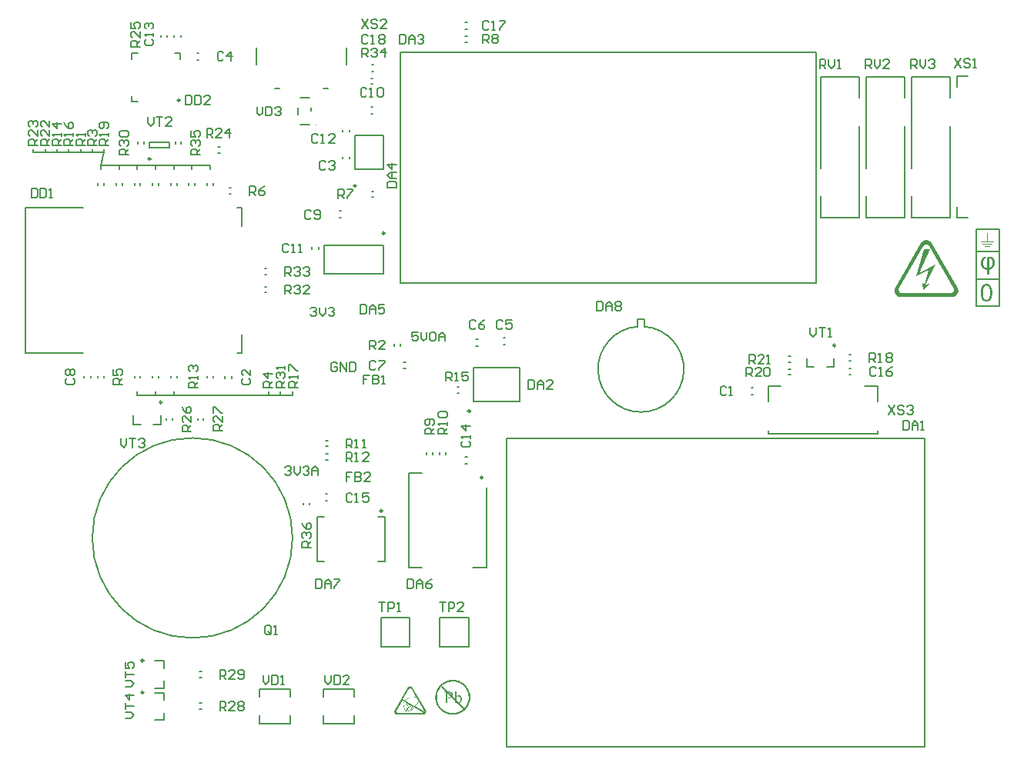
<source format=gto>
G04*
G04 #@! TF.GenerationSoftware,Altium Limited,Altium Designer,20.0.13 (296)*
G04*
G04 Layer_Color=65535*
%FSAX44Y44*%
%MOMM*%
G71*
G01*
G75*
%ADD10C,0.2500*%
%ADD11C,0.1000*%
%ADD12C,0.2000*%
%ADD13C,0.1500*%
G36*
X00474900Y00078712D02*
X00475131Y00078689D01*
X00475386Y00078666D01*
X00475687Y00078643D01*
X00476011Y00078620D01*
X00476381Y00078573D01*
X00476774Y00078504D01*
X00477168Y00078435D01*
X00477607Y00078365D01*
X00478070Y00078249D01*
X00479065Y00078018D01*
X00480106Y00077717D01*
X00481194Y00077347D01*
X00482328Y00076884D01*
X00482906Y00076630D01*
X00483485Y00076329D01*
X00484063Y00076028D01*
X00484665Y00075681D01*
X00485220Y00075311D01*
X00485798Y00074917D01*
X00486377Y00074501D01*
X00486932Y00074038D01*
X00487488Y00073552D01*
X00488020Y00073043D01*
X00488043Y00073020D01*
X00488089Y00072974D01*
X00488159Y00072904D01*
X00488274Y00072789D01*
X00488390Y00072650D01*
X00488552Y00072465D01*
X00488714Y00072256D01*
X00488899Y00072025D01*
X00489108Y00071770D01*
X00489339Y00071493D01*
X00489570Y00071169D01*
X00489825Y00070822D01*
X00490079Y00070451D01*
X00490334Y00070058D01*
X00490611Y00069642D01*
X00490866Y00069202D01*
X00491144Y00068739D01*
X00491398Y00068253D01*
X00491907Y00067212D01*
X00492393Y00066078D01*
X00492833Y00064875D01*
X00493180Y00063602D01*
X00493342Y00062931D01*
X00493458Y00062260D01*
X00493573Y00061566D01*
X00493643Y00060849D01*
X00493689Y00060108D01*
X00493712Y00059368D01*
Y00059345D01*
Y00059275D01*
Y00059159D01*
Y00059021D01*
X00493689Y00058812D01*
X00493666Y00058581D01*
X00493643Y00058326D01*
X00493620Y00058026D01*
X00493596Y00057702D01*
X00493550Y00057331D01*
X00493481Y00056938D01*
X00493411Y00056522D01*
X00493342Y00056082D01*
X00493226Y00055619D01*
X00492995Y00054647D01*
X00492694Y00053606D01*
X00492324Y00052495D01*
X00491861Y00051361D01*
X00491606Y00050783D01*
X00491306Y00050205D01*
X00491005Y00049626D01*
X00490658Y00049047D01*
X00490288Y00048469D01*
X00489894Y00047891D01*
X00489478Y00047312D01*
X00489015Y00046757D01*
X00488529Y00046201D01*
X00488020Y00045669D01*
X00487997Y00045646D01*
X00487951Y00045600D01*
X00487881Y00045530D01*
X00487765Y00045438D01*
X00487627Y00045299D01*
X00487441Y00045137D01*
X00487233Y00044975D01*
X00487002Y00044790D01*
X00486747Y00044582D01*
X00486470Y00044350D01*
X00486146Y00044119D01*
X00485798Y00043887D01*
X00485428Y00043633D01*
X00485035Y00043355D01*
X00484618Y00043101D01*
X00484179Y00042846D01*
X00483716Y00042568D01*
X00483230Y00042314D01*
X00482189Y00041805D01*
X00481055Y00041319D01*
X00479852Y00040879D01*
X00478579Y00040532D01*
X00477908Y00040370D01*
X00477237Y00040255D01*
X00476543Y00040139D01*
X00475826Y00040069D01*
X00475085Y00040023D01*
X00474344Y00040000D01*
X00474136D01*
X00473997Y00040023D01*
X00473789D01*
X00473558Y00040046D01*
X00473303Y00040069D01*
X00473003Y00040093D01*
X00472678Y00040116D01*
X00472308Y00040185D01*
X00471915Y00040231D01*
X00471498Y00040301D01*
X00471059Y00040370D01*
X00470596Y00040486D01*
X00469624Y00040717D01*
X00468583Y00041018D01*
X00467472Y00041388D01*
X00466338Y00041851D01*
X00465760Y00042106D01*
X00465181Y00042383D01*
X00464603Y00042707D01*
X00464024Y00043031D01*
X00463446Y00043401D01*
X00462867Y00043795D01*
X00462289Y00044211D01*
X00461734Y00044674D01*
X00461178Y00045160D01*
X00460646Y00045669D01*
X00460623Y00045692D01*
X00460577Y00045739D01*
X00460507Y00045808D01*
X00460415Y00045924D01*
X00460276Y00046062D01*
X00460137Y00046248D01*
X00459952Y00046456D01*
X00459767Y00046687D01*
X00459558Y00046942D01*
X00459327Y00047220D01*
X00459096Y00047543D01*
X00458864Y00047891D01*
X00458610Y00048261D01*
X00458355Y00048654D01*
X00458078Y00049071D01*
X00457823Y00049510D01*
X00457569Y00049973D01*
X00457291Y00050459D01*
X00456782Y00051500D01*
X00456319Y00052634D01*
X00455879Y00053837D01*
X00455532Y00055133D01*
X00455370Y00055781D01*
X00455255Y00056475D01*
X00455139Y00057169D01*
X00455069Y00057887D01*
X00455023Y00058627D01*
X00455000Y00059368D01*
Y00059391D01*
Y00059460D01*
Y00059576D01*
X00455023Y00059715D01*
Y00059923D01*
X00455046Y00060154D01*
X00455069Y00060409D01*
X00455093Y00060710D01*
X00455116Y00061034D01*
X00455162Y00061404D01*
X00455231Y00061797D01*
X00455301Y00062191D01*
X00455370Y00062630D01*
X00455463Y00063093D01*
X00455717Y00064088D01*
X00455995Y00065129D01*
X00456388Y00066217D01*
X00456828Y00067351D01*
X00457106Y00067929D01*
X00457383Y00068508D01*
X00457684Y00069086D01*
X00458031Y00069688D01*
X00458401Y00070243D01*
X00458772Y00070822D01*
X00459211Y00071400D01*
X00459651Y00071955D01*
X00460137Y00072511D01*
X00460646Y00073043D01*
X00460669Y00073066D01*
X00460715Y00073113D01*
X00460785Y00073182D01*
X00460901Y00073298D01*
X00461039Y00073413D01*
X00461225Y00073575D01*
X00461433Y00073737D01*
X00461664Y00073922D01*
X00461919Y00074131D01*
X00462196Y00074362D01*
X00462520Y00074593D01*
X00462867Y00074848D01*
X00463238Y00075103D01*
X00463631Y00075357D01*
X00464048Y00075635D01*
X00464487Y00075889D01*
X00464950Y00076167D01*
X00465436Y00076421D01*
X00466477Y00076930D01*
X00467611Y00077416D01*
X00468814Y00077856D01*
X00470110Y00078203D01*
X00470758Y00078365D01*
X00471452Y00078481D01*
X00472146Y00078597D01*
X00472864Y00078666D01*
X00473604Y00078712D01*
X00474344Y00078735D01*
X00474692D01*
X00474900Y00078712D01*
D02*
G37*
G36*
X00427794Y00071331D02*
X00428049Y00071308D01*
X00428396Y00071238D01*
X00428766Y00071122D01*
X00429159Y00070960D01*
X00429576Y00070729D01*
X00429969Y00070405D01*
X00429992D01*
X00430016Y00070359D01*
X00430108Y00070266D01*
X00430224Y00070151D01*
X00430340Y00070035D01*
X00430363Y00069989D01*
X00430432Y00069896D01*
X00430525Y00069757D01*
X00430640Y00069595D01*
X00444593Y00045415D01*
Y00045392D01*
X00444617Y00045368D01*
X00444663Y00045299D01*
X00444709Y00045206D01*
X00444802Y00044952D01*
X00444917Y00044628D01*
X00445010Y00044234D01*
X00445079Y00043795D01*
Y00043309D01*
X00445056Y00043054D01*
X00445010Y00042800D01*
Y00042754D01*
X00444987Y00042661D01*
X00444940Y00042499D01*
X00444871Y00042291D01*
X00444848Y00042268D01*
X00444825Y00042175D01*
X00444755Y00042013D01*
X00444640Y00041805D01*
X00444617D01*
Y00041782D01*
X00444593Y00041759D01*
X00444478Y00041620D01*
X00444339Y00041411D01*
X00444108Y00041157D01*
X00443830Y00040879D01*
X00443483Y00040625D01*
X00443089Y00040370D01*
X00442626Y00040185D01*
X00442603D01*
X00442580Y00040162D01*
X00442441Y00040139D01*
X00442256Y00040093D01*
X00442118Y00040069D01*
X00442094D01*
X00442002Y00040046D01*
X00441817Y00040023D01*
X00441585Y00040000D01*
X00413494D01*
X00413401Y00040023D01*
X00413124Y00040046D01*
X00412777Y00040116D01*
X00412407Y00040231D01*
X00411990Y00040393D01*
X00411573Y00040648D01*
X00411365Y00040787D01*
X00411157Y00040972D01*
X00411111Y00040995D01*
X00411018Y00041087D01*
X00410902Y00041203D01*
X00410787Y00041342D01*
X00410764Y00041388D01*
X00410671Y00041481D01*
X00410578Y00041620D01*
X00410486Y00041782D01*
Y00041805D01*
Y00041828D01*
X00410463Y00041851D01*
X00410416Y00041921D01*
X00410393Y00042013D01*
X00410278Y00042245D01*
X00410185Y00042545D01*
X00410069Y00042916D01*
X00410023Y00043355D01*
X00410000Y00043818D01*
X00410069Y00044304D01*
Y00044327D01*
X00410093Y00044373D01*
X00410116Y00044512D01*
X00410162Y00044674D01*
X00410185Y00044744D01*
X00410208Y00044790D01*
X00410231Y00044836D01*
X00410255Y00044929D01*
X00410347Y00045091D01*
X00410440Y00045276D01*
Y00045299D01*
Y00045322D01*
X00410463Y00045345D01*
X00410486D01*
X00424439Y00069526D01*
X00424462Y00069549D01*
X00424508Y00069642D01*
X00424601Y00069780D01*
X00424717Y00069942D01*
X00424879Y00070128D01*
X00425064Y00070336D01*
X00425272Y00070521D01*
X00425503Y00070706D01*
X00425550Y00070752D01*
X00425642Y00070799D01*
X00425758Y00070868D01*
X00425804Y00070891D01*
X00425897Y00070937D01*
X00426059Y00071030D01*
X00426290Y00071122D01*
X00426545Y00071192D01*
X00426869Y00071284D01*
X00427193Y00071331D01*
X00427563Y00071354D01*
X00427702D01*
X00427794Y00071331D01*
D02*
G37*
G36*
X00995588Y00562662D02*
X00996097Y00562615D01*
X00996792Y00562476D01*
X00997532Y00562245D01*
X00998319Y00561921D01*
X00999152Y00561458D01*
X00999939Y00560810D01*
X00999985D01*
X01000031Y00560718D01*
X01000216Y00560533D01*
X01000448Y00560301D01*
X01000679Y00560070D01*
X01000725Y00559977D01*
X01000864Y00559792D01*
X01001049Y00559515D01*
X01001281Y00559191D01*
X01029187Y00510829D01*
Y00510783D01*
X01029233Y00510737D01*
X01029326Y00510598D01*
X01029418Y00510413D01*
X01029603Y00509904D01*
X01029835Y00509256D01*
X01030020Y00508469D01*
X01030159Y00507590D01*
Y00506618D01*
X01030112Y00506109D01*
X01030020Y00505600D01*
Y00505507D01*
X01029974Y00505322D01*
X01029881Y00504998D01*
X01029742Y00504582D01*
X01029696Y00504535D01*
X01029650Y00504350D01*
X01029511Y00504026D01*
X01029279Y00503610D01*
X01029233D01*
Y00503563D01*
X01029187Y00503517D01*
X01028955Y00503240D01*
X01028678Y00502823D01*
X01028215Y00502314D01*
X01027660Y00501759D01*
X01026965Y00501250D01*
X01026179Y00500741D01*
X01025253Y00500370D01*
X01025207D01*
X01025161Y00500324D01*
X01024883Y00500278D01*
X01024513Y00500185D01*
X01024235Y00500139D01*
X01024189D01*
X01024004Y00500093D01*
X01023633Y00500046D01*
X01023171Y00500000D01*
X00966988D01*
X00966803Y00500046D01*
X00966248Y00500093D01*
X00965554Y00500231D01*
X00964813Y00500463D01*
X00963980Y00500787D01*
X00963147Y00501296D01*
X00962730Y00501573D01*
X00962314Y00501944D01*
X00962221Y00501990D01*
X00962036Y00502175D01*
X00961805Y00502407D01*
X00961573Y00502684D01*
X00961527Y00502777D01*
X00961342Y00502962D01*
X00961157Y00503240D01*
X00960972Y00503563D01*
Y00503610D01*
Y00503656D01*
X00960926Y00503702D01*
X00960833Y00503841D01*
X00960787Y00504026D01*
X00960555Y00504489D01*
X00960370Y00505091D01*
X00960139Y00505831D01*
X00960046Y00506710D01*
X00960000Y00507636D01*
X00960139Y00508608D01*
Y00508654D01*
X00960185Y00508747D01*
X00960231Y00509024D01*
X00960324Y00509348D01*
X00960370Y00509487D01*
X00960416Y00509580D01*
X00960463Y00509672D01*
X00960509Y00509857D01*
X00960694Y00510181D01*
X00960879Y00510552D01*
Y00510598D01*
Y00510644D01*
X00960926Y00510690D01*
X00960972D01*
X00988878Y00559052D01*
X00988924Y00559098D01*
X00989017Y00559283D01*
X00989202Y00559561D01*
X00989433Y00559885D01*
X00989757Y00560255D01*
X00990127Y00560672D01*
X00990544Y00561042D01*
X00991007Y00561412D01*
X00991099Y00561505D01*
X00991284Y00561597D01*
X00991516Y00561736D01*
X00991608Y00561782D01*
X00991794Y00561875D01*
X00992117Y00562060D01*
X00992580Y00562245D01*
X00993089Y00562384D01*
X00993737Y00562569D01*
X00994385Y00562662D01*
X00995126Y00562708D01*
X00995403D01*
X00995588Y00562662D01*
D02*
G37*
G36*
X01061518Y00514568D02*
X01061643D01*
X01061809Y00514554D01*
X01061976Y00514527D01*
X01062170Y00514499D01*
X01062586Y00514430D01*
X01063044Y00514319D01*
X01063515Y00514166D01*
X01063737Y00514069D01*
X01063959Y00513958D01*
X01063973D01*
X01064014Y00513930D01*
X01064070Y00513889D01*
X01064153Y00513847D01*
X01064250Y00513778D01*
X01064361Y00513695D01*
X01064500Y00513611D01*
X01064639Y00513500D01*
X01064944Y00513251D01*
X01065263Y00512932D01*
X01065582Y00512571D01*
X01065873Y00512155D01*
X01065887Y00512141D01*
X01065900Y00512100D01*
X01065942Y00512030D01*
X01065998Y00511947D01*
X01066067Y00511836D01*
X01066136Y00511698D01*
X01066219Y00511545D01*
X01066303Y00511365D01*
X01066400Y00511171D01*
X01066497Y00510949D01*
X01066594Y00510713D01*
X01066705Y00510463D01*
X01066802Y00510200D01*
X01066885Y00509922D01*
X01066982Y00509617D01*
X01067066Y00509312D01*
Y00509298D01*
X01067079Y00509229D01*
X01067107Y00509146D01*
X01067135Y00509007D01*
X01067163Y00508841D01*
X01067204Y00508633D01*
X01067246Y00508397D01*
X01067287Y00508120D01*
X01067329Y00507814D01*
X01067371Y00507468D01*
X01067412Y00507093D01*
X01067440Y00506691D01*
X01067468Y00506261D01*
X01067495Y00505790D01*
X01067509Y00505304D01*
Y00504777D01*
Y00504763D01*
Y00504736D01*
Y00504694D01*
Y00504625D01*
Y00504555D01*
Y00504458D01*
X01067495Y00504347D01*
Y00504222D01*
X01067482Y00503931D01*
X01067468Y00503598D01*
X01067454Y00503238D01*
X01067426Y00502836D01*
X01067384Y00502406D01*
X01067343Y00501962D01*
X01067218Y00501060D01*
X01067135Y00500603D01*
X01067038Y00500159D01*
X01066927Y00499729D01*
X01066802Y00499327D01*
X01066788Y00499299D01*
X01066774Y00499230D01*
X01066733Y00499133D01*
X01066677Y00498980D01*
X01066594Y00498814D01*
X01066511Y00498606D01*
X01066400Y00498384D01*
X01066289Y00498148D01*
X01066150Y00497898D01*
X01065984Y00497635D01*
X01065817Y00497371D01*
X01065637Y00497094D01*
X01065429Y00496831D01*
X01065207Y00496581D01*
X01064971Y00496345D01*
X01064722Y00496123D01*
X01064708Y00496110D01*
X01064652Y00496082D01*
X01064583Y00496026D01*
X01064472Y00495943D01*
X01064333Y00495860D01*
X01064181Y00495763D01*
X01063987Y00495666D01*
X01063779Y00495569D01*
X01063529Y00495458D01*
X01063266Y00495361D01*
X01062988Y00495263D01*
X01062683Y00495180D01*
X01062350Y00495111D01*
X01062003Y00495056D01*
X01061643Y00495014D01*
X01061255Y00495000D01*
X01061130D01*
X01060991Y00495014D01*
X01060797Y00495028D01*
X01060561Y00495056D01*
X01060284Y00495111D01*
X01059993Y00495166D01*
X01059660Y00495250D01*
X01059313Y00495347D01*
X01058966Y00495485D01*
X01058606Y00495638D01*
X01058231Y00495832D01*
X01057871Y00496054D01*
X01057524Y00496317D01*
X01057191Y00496623D01*
X01056886Y00496969D01*
Y00496983D01*
X01056872Y00496997D01*
X01056844Y00497039D01*
X01056803Y00497080D01*
X01056761Y00497150D01*
X01056706Y00497233D01*
X01056650Y00497316D01*
X01056595Y00497427D01*
X01056525Y00497552D01*
X01056442Y00497691D01*
X01056373Y00497843D01*
X01056290Y00498009D01*
X01056207Y00498204D01*
X01056123Y00498398D01*
X01056026Y00498620D01*
X01055943Y00498842D01*
X01055860Y00499091D01*
X01055763Y00499355D01*
X01055679Y00499632D01*
X01055596Y00499937D01*
X01055513Y00500242D01*
X01055444Y00500575D01*
X01055361Y00500908D01*
X01055291Y00501282D01*
X01055236Y00501657D01*
X01055180Y00502045D01*
X01055125Y00502461D01*
X01055083Y00502891D01*
X01055042Y00503335D01*
X01055028Y00503793D01*
X01055000Y00504278D01*
Y00504777D01*
Y00504791D01*
Y00504819D01*
Y00504860D01*
Y00504930D01*
Y00505013D01*
Y00505110D01*
X01055014Y00505221D01*
Y00505346D01*
X01055028Y00505623D01*
X01055042Y00505956D01*
X01055055Y00506330D01*
X01055083Y00506733D01*
X01055125Y00507163D01*
X01055166Y00507606D01*
X01055291Y00508522D01*
X01055374Y00508979D01*
X01055471Y00509423D01*
X01055569Y00509853D01*
X01055693Y00510255D01*
X01055707Y00510283D01*
X01055721Y00510352D01*
X01055763Y00510449D01*
X01055818Y00510602D01*
X01055901Y00510768D01*
X01055985Y00510976D01*
X01056096Y00511198D01*
X01056220Y00511434D01*
X01056345Y00511684D01*
X01056512Y00511947D01*
X01056678Y00512225D01*
X01056858Y00512488D01*
X01057066Y00512752D01*
X01057288Y00513001D01*
X01057524Y00513237D01*
X01057774Y00513459D01*
X01057787Y00513473D01*
X01057843Y00513514D01*
X01057912Y00513570D01*
X01058023Y00513639D01*
X01058162Y00513722D01*
X01058328Y00513819D01*
X01058509Y00513917D01*
X01058731Y00514027D01*
X01058966Y00514124D01*
X01059230Y00514222D01*
X01059521Y00514319D01*
X01059826Y00514402D01*
X01060159Y00514485D01*
X01060506Y00514541D01*
X01060866Y00514568D01*
X01061255Y00514582D01*
X01061407D01*
X01061518Y00514568D01*
D02*
G37*
G36*
X01064971Y00544527D02*
X01065138Y00544513D01*
X01065318Y00544499D01*
X01065526Y00544471D01*
X01065748Y00544444D01*
X01066233Y00544360D01*
X01066733Y00544222D01*
X01066996Y00544138D01*
X01067246Y00544027D01*
X01067482Y00543917D01*
X01067703Y00543778D01*
X01067717Y00543764D01*
X01067759Y00543736D01*
X01067814Y00543695D01*
X01067898Y00543639D01*
X01067995Y00543556D01*
X01068120Y00543445D01*
X01068244Y00543334D01*
X01068383Y00543195D01*
X01068536Y00543029D01*
X01068702Y00542863D01*
X01068868Y00542654D01*
X01069035Y00542447D01*
X01069201Y00542211D01*
X01069368Y00541947D01*
X01069534Y00541670D01*
X01069687Y00541379D01*
X01069700Y00541365D01*
X01069728Y00541309D01*
X01069756Y00541212D01*
X01069811Y00541087D01*
X01069881Y00540949D01*
X01069950Y00540768D01*
X01070019Y00540560D01*
X01070103Y00540325D01*
X01070172Y00540075D01*
X01070241Y00539798D01*
X01070311Y00539506D01*
X01070380Y00539201D01*
X01070435Y00538882D01*
X01070463Y00538549D01*
X01070491Y00538203D01*
X01070505Y00537856D01*
Y00537842D01*
Y00537787D01*
Y00537704D01*
X01070491Y00537593D01*
Y00537440D01*
X01070477Y00537274D01*
X01070449Y00537093D01*
X01070422Y00536871D01*
X01070394Y00536650D01*
X01070352Y00536400D01*
X01070297Y00536136D01*
X01070228Y00535873D01*
X01070075Y00535304D01*
X01069964Y00534999D01*
X01069853Y00534708D01*
X01069839Y00534694D01*
X01069825Y00534639D01*
X01069784Y00534555D01*
X01069728Y00534444D01*
X01069659Y00534306D01*
X01069576Y00534139D01*
X01069479Y00533959D01*
X01069354Y00533751D01*
X01069215Y00533529D01*
X01069062Y00533307D01*
X01068896Y00533058D01*
X01068702Y00532808D01*
X01068494Y00532558D01*
X01068272Y00532309D01*
X01068036Y00532045D01*
X01067773Y00531796D01*
X01067759Y00531782D01*
X01067703Y00531740D01*
X01067620Y00531671D01*
X01067509Y00531587D01*
X01067371Y00531477D01*
X01067190Y00531352D01*
X01066996Y00531213D01*
X01066760Y00531074D01*
X01066497Y00530922D01*
X01066219Y00530783D01*
X01065914Y00530631D01*
X01065568Y00530478D01*
X01065221Y00530339D01*
X01064833Y00530215D01*
X01064430Y00530090D01*
X01064001Y00529993D01*
Y00525000D01*
X01061671D01*
Y00529993D01*
X01061560D01*
X01061435Y00530006D01*
X01061255Y00530020D01*
X01061047Y00530062D01*
X01060783Y00530104D01*
X01060506Y00530173D01*
X01060187Y00530256D01*
X01059840Y00530367D01*
X01059480Y00530506D01*
X01059105Y00530686D01*
X01058717Y00530894D01*
X01058315Y00531130D01*
X01057912Y00531421D01*
X01057510Y00531740D01*
X01057108Y00532114D01*
X01057080Y00532142D01*
X01057025Y00532212D01*
X01056914Y00532336D01*
X01056775Y00532503D01*
X01056623Y00532711D01*
X01056442Y00532974D01*
X01056248Y00533266D01*
X01056054Y00533598D01*
X01055860Y00533973D01*
X01055666Y00534389D01*
X01055485Y00534847D01*
X01055333Y00535332D01*
X01055194Y00535859D01*
X01055097Y00536414D01*
X01055028Y00536996D01*
X01055000Y00537606D01*
Y00537620D01*
Y00537648D01*
Y00537690D01*
Y00537745D01*
Y00537814D01*
X01055014Y00537911D01*
X01055028Y00538120D01*
X01055055Y00538383D01*
X01055083Y00538688D01*
X01055139Y00539035D01*
X01055208Y00539395D01*
X01055305Y00539784D01*
X01055416Y00540200D01*
X01055555Y00540616D01*
X01055721Y00541032D01*
X01055901Y00541448D01*
X01056137Y00541864D01*
X01056401Y00542252D01*
X01056692Y00542627D01*
X01056706Y00542654D01*
X01056775Y00542710D01*
X01056858Y00542807D01*
X01056997Y00542932D01*
X01057150Y00543070D01*
X01057344Y00543237D01*
X01057566Y00543403D01*
X01057815Y00543584D01*
X01058093Y00543750D01*
X01058384Y00543930D01*
X01058703Y00544083D01*
X01059050Y00544222D01*
X01059410Y00544346D01*
X01059785Y00544430D01*
X01060187Y00544485D01*
X01060589Y00544499D01*
X01060117Y00542460D01*
X01060104D01*
X01060090Y00542447D01*
X01060006Y00542419D01*
X01059868Y00542349D01*
X01059701Y00542252D01*
X01059493Y00542127D01*
X01059271Y00541975D01*
X01059022Y00541767D01*
X01058772Y00541531D01*
X01058522Y00541240D01*
X01058273Y00540907D01*
X01058051Y00540519D01*
X01057940Y00540297D01*
X01057843Y00540075D01*
X01057760Y00539839D01*
X01057677Y00539576D01*
X01057607Y00539312D01*
X01057538Y00539021D01*
X01057496Y00538716D01*
X01057455Y00538397D01*
X01057441Y00538064D01*
X01057427Y00537717D01*
Y00537690D01*
Y00537620D01*
X01057441Y00537523D01*
Y00537371D01*
X01057455Y00537190D01*
X01057482Y00536982D01*
X01057510Y00536760D01*
X01057566Y00536497D01*
X01057621Y00536220D01*
X01057690Y00535928D01*
X01057774Y00535637D01*
X01057871Y00535318D01*
X01057996Y00535013D01*
X01058134Y00534694D01*
X01058301Y00534389D01*
X01058481Y00534084D01*
X01058495Y00534070D01*
X01058536Y00534015D01*
X01058592Y00533931D01*
X01058675Y00533834D01*
X01058800Y00533709D01*
X01058925Y00533557D01*
X01059091Y00533404D01*
X01059285Y00533238D01*
X01059493Y00533071D01*
X01059729Y00532891D01*
X01059993Y00532725D01*
X01060284Y00532558D01*
X01060589Y00532406D01*
X01060922Y00532267D01*
X01061282Y00532142D01*
X01061671Y00532045D01*
Y00540685D01*
Y00540699D01*
Y00540741D01*
Y00540824D01*
Y00540921D01*
Y00541032D01*
X01061684Y00541171D01*
Y00541309D01*
X01061698Y00541476D01*
X01061712Y00541822D01*
X01061754Y00542169D01*
X01061796Y00542516D01*
X01061837Y00542668D01*
X01061865Y00542821D01*
Y00542835D01*
X01061879Y00542849D01*
X01061893Y00542890D01*
X01061906Y00542946D01*
X01061962Y00543084D01*
X01062045Y00543265D01*
X01062170Y00543459D01*
X01062322Y00543667D01*
X01062517Y00543861D01*
X01062752Y00544055D01*
X01062766D01*
X01062780Y00544083D01*
X01062822Y00544097D01*
X01062877Y00544138D01*
X01062960Y00544166D01*
X01063044Y00544208D01*
X01063141Y00544249D01*
X01063252Y00544305D01*
X01063390Y00544346D01*
X01063529Y00544388D01*
X01063862Y00544471D01*
X01064236Y00544527D01*
X01064666Y00544541D01*
X01064846D01*
X01064971Y00544527D01*
D02*
G37*
G36*
X01062808Y00561269D02*
X01069687D01*
Y00560326D01*
X01055000D01*
Y00561269D01*
X01061879D01*
Y00570075D01*
X01062808D01*
Y00561269D01*
D02*
G37*
G36*
X01067759Y00557704D02*
X01056928D01*
Y00558633D01*
X01067759D01*
Y00557704D01*
D02*
G37*
G36*
X01065235Y00555000D02*
X01059452D01*
Y00555929D01*
X01065235D01*
Y00555000D01*
D02*
G37*
%LPC*%
G36*
X00462752Y00072372D02*
X00462034Y00071678D01*
X00462520Y00072141D01*
X00462763Y00072360D01*
X00462752Y00072372D01*
D02*
G37*
G36*
X00462034Y00071678D02*
X00462011Y00071655D01*
X00462010Y00071653D01*
X00462034Y00071678D01*
D02*
G37*
G36*
X00470365Y00064759D02*
X00472331Y00062815D01*
X00472308Y00062862D01*
X00472285Y00062977D01*
X00472216Y00063139D01*
X00472100Y00063394D01*
X00472077Y00063417D01*
X00472031Y00063510D01*
X00471961Y00063649D01*
X00471846Y00063810D01*
X00471707Y00063972D01*
X00471545Y00064158D01*
X00471336Y00064320D01*
X00471128Y00064458D01*
X00471105D01*
X00471059Y00064505D01*
X00470989Y00064528D01*
X00470897Y00064574D01*
X00470642Y00064667D01*
X00470365Y00064759D01*
D02*
G37*
G36*
X00468467Y00063903D02*
Y00059321D01*
X00468490D01*
X00468560Y00059298D01*
X00468652Y00059275D01*
X00468768Y00059252D01*
X00469069Y00059206D01*
X00469370Y00059183D01*
X00469439D01*
X00469508Y00059159D01*
X00469601D01*
X00469832Y00059136D01*
X00470041Y00059113D01*
X00470087D01*
X00470203Y00059136D01*
X00470388Y00059159D01*
X00470619Y00059206D01*
X00470874Y00059298D01*
X00471151Y00059437D01*
X00471452Y00059645D01*
X00471730Y00059900D01*
X00471753Y00059923D01*
X00471822Y00060016D01*
X00471938Y00060154D01*
X00472054Y00060339D01*
X00468467Y00063903D01*
D02*
G37*
G36*
X00480222Y00060339D02*
X00480037D01*
X00479921Y00060316D01*
X00479759Y00060293D01*
X00479597Y00060247D01*
X00479227Y00060108D01*
X00479204D01*
X00479157Y00060062D01*
X00479088Y00060016D01*
X00478972Y00059946D01*
X00478834Y00059830D01*
X00478648Y00059715D01*
X00478463Y00059553D01*
X00478232Y00059345D01*
Y00056869D01*
X00481448Y00053675D01*
X00481471D01*
X00481495Y00053699D01*
X00481610Y00053814D01*
X00481749Y00053953D01*
X00481888Y00054161D01*
X00481911Y00054208D01*
X00482004Y00054346D01*
X00482119Y00054555D01*
X00482281Y00054855D01*
X00482420Y00055226D01*
X00482536Y00055712D01*
X00482628Y00056267D01*
X00482652Y00056892D01*
Y00056915D01*
Y00056961D01*
Y00057054D01*
Y00057169D01*
X00482628Y00057308D01*
X00482605Y00057470D01*
X00482559Y00057840D01*
X00482467Y00058257D01*
X00482328Y00058674D01*
X00482142Y00059090D01*
X00481888Y00059460D01*
X00481865Y00059507D01*
X00481749Y00059599D01*
X00481610Y00059738D01*
X00481402Y00059900D01*
X00481147Y00060062D01*
X00480870Y00060201D01*
X00480569Y00060293D01*
X00480222Y00060339D01*
D02*
G37*
G36*
X00474344Y00076792D02*
X00474021D01*
X00473859Y00076768D01*
X00473650D01*
X00473419Y00076745D01*
X00473141Y00076722D01*
X00472840Y00076676D01*
X00472517Y00076630D01*
X00472169Y00076583D01*
X00471799Y00076514D01*
X00470989Y00076375D01*
X00470110Y00076144D01*
X00469161Y00075889D01*
X00468166Y00075542D01*
X00467148Y00075126D01*
X00466107Y00074640D01*
X00465598Y00074362D01*
X00465066Y00074038D01*
X00464557Y00073714D01*
X00464024Y00073367D01*
X00463515Y00072997D01*
X00463006Y00072580D01*
X00462763Y00072360D01*
X00469532Y00065592D01*
X00469948D01*
X00470110Y00065569D01*
X00470503Y00065546D01*
X00470943Y00065500D01*
X00471383Y00065453D01*
X00471822Y00065361D01*
X00472239Y00065245D01*
X00472285Y00065222D01*
X00472401Y00065176D01*
X00472586Y00065083D01*
X00472817Y00064967D01*
X00473072Y00064805D01*
X00473349Y00064597D01*
X00473627Y00064343D01*
X00473905Y00064042D01*
X00473928Y00063996D01*
X00474021Y00063880D01*
X00474136Y00063718D01*
X00474252Y00063463D01*
X00474391Y00063186D01*
X00474483Y00062839D01*
X00474576Y00062468D01*
X00474599Y00062052D01*
Y00062029D01*
Y00061936D01*
Y00061797D01*
X00474576Y00061612D01*
X00474553Y00061427D01*
X00474506Y00061196D01*
X00474391Y00060756D01*
X00476682Y00058442D01*
Y00062584D01*
Y00062607D01*
Y00062653D01*
Y00062723D01*
Y00062815D01*
Y00063070D01*
Y00063348D01*
X00476659Y00063672D01*
Y00063972D01*
X00476635Y00064204D01*
Y00064320D01*
X00476612Y00064389D01*
Y00064412D01*
X00476589Y00064435D01*
X00476566Y00064574D01*
X00476497Y00064713D01*
X00476404Y00064852D01*
X00476381Y00064875D01*
X00476288Y00064921D01*
X00476173Y00064944D01*
X00476011Y00064967D01*
X00475964D01*
X00475826Y00064944D01*
X00475617Y00064921D01*
X00475363Y00064829D01*
X00475224Y00065153D01*
X00477816Y00066217D01*
X00478232D01*
Y00059946D01*
X00478255Y00059969D01*
X00478301Y00060016D01*
X00478371Y00060108D01*
X00478463Y00060224D01*
X00478579Y00060363D01*
X00478718Y00060501D01*
X00479042Y00060826D01*
X00479458Y00061149D01*
X00479921Y00061427D01*
X00480176Y00061543D01*
X00480430Y00061635D01*
X00480685Y00061682D01*
X00480962Y00061705D01*
X00481101D01*
X00481194Y00061682D01*
X00481425Y00061635D01*
X00481749Y00061566D01*
X00482096Y00061427D01*
X00482490Y00061219D01*
X00482698Y00061080D01*
X00482883Y00060941D01*
X00483091Y00060756D01*
X00483276Y00060548D01*
X00483299Y00060525D01*
X00483323Y00060501D01*
X00483369Y00060432D01*
X00483438Y00060339D01*
X00483508Y00060224D01*
X00483600Y00060085D01*
X00483693Y00059923D01*
X00483785Y00059738D01*
X00483878Y00059530D01*
X00483947Y00059298D01*
X00484109Y00058743D01*
X00484225Y00058141D01*
X00484271Y00057794D01*
Y00057424D01*
Y00057401D01*
Y00057331D01*
Y00057193D01*
X00484248Y00057054D01*
X00484225Y00056845D01*
X00484202Y00056614D01*
X00484156Y00056383D01*
X00484086Y00056105D01*
X00483901Y00055503D01*
X00483785Y00055203D01*
X00483623Y00054902D01*
X00483461Y00054578D01*
X00483253Y00054277D01*
X00483022Y00053999D01*
X00482744Y00053722D01*
X00482721Y00053699D01*
X00482675Y00053675D01*
X00482605Y00053606D01*
X00482513Y00053513D01*
X00482258Y00053328D01*
X00481981Y00053143D01*
X00487334Y00047790D01*
X00487280Y00047729D01*
X00487118Y00047543D01*
X00487002Y00047405D01*
X00486996Y00047397D01*
X00486833Y00047223D01*
X00486886Y00047266D01*
X00486996Y00047397D01*
X00487349Y00047775D01*
X00487334Y00047790D01*
X00487465Y00047937D01*
X00487650Y00048191D01*
X00487835Y00048446D01*
X00488043Y00048724D01*
X00488274Y00049024D01*
X00488506Y00049372D01*
X00488737Y00049718D01*
X00489223Y00050505D01*
X00489686Y00051361D01*
X00490149Y00052287D01*
X00490588Y00053305D01*
X00490982Y00054393D01*
X00491306Y00055550D01*
X00491560Y00056776D01*
X00491653Y00057401D01*
X00491722Y00058049D01*
X00491745Y00058697D01*
X00491768Y00059368D01*
Y00059391D01*
Y00059460D01*
Y00059553D01*
Y00059692D01*
X00491745Y00059854D01*
Y00060062D01*
X00491722Y00060316D01*
X00491699Y00060571D01*
X00491653Y00060872D01*
X00491606Y00061196D01*
X00491560Y00061543D01*
X00491491Y00061913D01*
X00491352Y00062723D01*
X00491121Y00063625D01*
X00490866Y00064551D01*
X00490519Y00065546D01*
X00490103Y00066564D01*
X00489617Y00067605D01*
X00489339Y00068137D01*
X00489015Y00068647D01*
X00488691Y00069179D01*
X00488344Y00069688D01*
X00487974Y00070197D01*
X00487557Y00070706D01*
X00487118Y00071192D01*
X00486655Y00071678D01*
X00486632Y00071701D01*
X00486585Y00071747D01*
X00486516Y00071793D01*
X00486423Y00071909D01*
X00486284Y00072025D01*
X00486146Y00072141D01*
X00485961Y00072303D01*
X00485752Y00072488D01*
X00485521Y00072673D01*
X00485243Y00072858D01*
X00484966Y00073066D01*
X00484665Y00073298D01*
X00484341Y00073529D01*
X00483970Y00073760D01*
X00483207Y00074246D01*
X00482351Y00074709D01*
X00481402Y00075172D01*
X00480407Y00075612D01*
X00479319Y00076005D01*
X00478162Y00076329D01*
X00476936Y00076583D01*
X00476311Y00076676D01*
X00475663Y00076745D01*
X00475016Y00076768D01*
X00474344Y00076792D01*
D02*
G37*
G36*
X00486833Y00047223D02*
X00486770Y00047173D01*
X00486731Y00047115D01*
X00486833Y00047223D01*
D02*
G37*
G36*
X00462010Y00071653D02*
X00461386Y00071007D01*
X00461410Y00070984D01*
X00461248Y00070775D01*
X00461039Y00070544D01*
X00460854Y00070266D01*
X00460646Y00069989D01*
X00460415Y00069688D01*
X00460183Y00069364D01*
X00459952Y00068994D01*
X00459489Y00068230D01*
X00459003Y00067374D01*
X00458540Y00066425D01*
X00458101Y00065430D01*
X00457730Y00064343D01*
X00457383Y00063186D01*
X00457152Y00061959D01*
X00457036Y00061335D01*
X00456990Y00060687D01*
X00456944Y00060039D01*
X00456921Y00059368D01*
Y00059345D01*
Y00059275D01*
Y00059183D01*
Y00059044D01*
X00456944Y00058882D01*
Y00058674D01*
X00456967Y00058419D01*
X00456990Y00058164D01*
X00457036Y00057864D01*
X00457083Y00057540D01*
X00457129Y00057193D01*
X00457198Y00056822D01*
X00457360Y00056013D01*
X00457569Y00055110D01*
X00457823Y00054184D01*
X00458170Y00053190D01*
X00458587Y00052171D01*
X00459072Y00051130D01*
X00459350Y00050598D01*
X00459674Y00050066D01*
X00459998Y00049557D01*
X00460345Y00049024D01*
X00460739Y00048515D01*
X00461132Y00048006D01*
X00461572Y00047520D01*
X00462034Y00047034D01*
X00462057Y00047011D01*
X00462104Y00046988D01*
X00462173Y00046919D01*
X00462266Y00046826D01*
X00462405Y00046710D01*
X00462543Y00046572D01*
X00462729Y00046410D01*
X00462937Y00046248D01*
X00463191Y00046062D01*
X00463446Y00045854D01*
X00463724Y00045646D01*
X00464024Y00045415D01*
X00464371Y00045206D01*
X00464719Y00044975D01*
X00465482Y00044489D01*
X00466338Y00044026D01*
X00467287Y00043563D01*
X00468305Y00043124D01*
X00469393Y00042730D01*
X00470527Y00042407D01*
X00471753Y00042152D01*
X00472378Y00042059D01*
X00473026Y00042013D01*
X00473674Y00041967D01*
X00474344Y00041944D01*
X00474669D01*
X00474831Y00041967D01*
X00475039D01*
X00475293Y00041990D01*
X00475548Y00042013D01*
X00475849Y00042059D01*
X00476173Y00042106D01*
X00476520Y00042152D01*
X00476890Y00042221D01*
X00477700Y00042360D01*
X00478602Y00042592D01*
X00479528Y00042846D01*
X00480523Y00043193D01*
X00481541Y00043610D01*
X00482582Y00044096D01*
X00483114Y00044373D01*
X00483623Y00044674D01*
X00484156Y00044998D01*
X00484665Y00045345D01*
X00485174Y00045739D01*
X00485683Y00046132D01*
X00486169Y00046572D01*
X00486655Y00047034D01*
X00486678Y00047057D01*
X00486724Y00047104D01*
X00486731Y00047115D01*
X00486678Y00047057D01*
X00485984Y00046410D01*
X00479875Y00052518D01*
X00479667D01*
X00479505Y00052542D01*
X00479319Y00052565D01*
X00479088Y00052588D01*
X00478810Y00052634D01*
X00478556Y00052703D01*
X00478278Y00052796D01*
X00478255Y00052819D01*
X00478139Y00052842D01*
X00477977Y00052912D01*
X00477792Y00053004D01*
X00477538Y00053120D01*
X00477283Y00053259D01*
X00476982Y00053421D01*
X00476682Y00053606D01*
Y00055712D01*
X00473188Y00059206D01*
X00473141Y00059183D01*
X00473003Y00059090D01*
X00472794Y00058997D01*
X00472517Y00058859D01*
X00472146Y00058743D01*
X00471707Y00058627D01*
X00471198Y00058535D01*
X00470642Y00058512D01*
X00470341D01*
X00470203Y00058535D01*
X00470018D01*
X00469624Y00058581D01*
X00469532D01*
X00469439Y00058604D01*
X00469300Y00058627D01*
X00469138Y00058650D01*
X00468953Y00058674D01*
X00468722Y00058720D01*
X00468467Y00058766D01*
Y00055064D01*
Y00055041D01*
Y00055017D01*
Y00054879D01*
X00468490Y00054670D01*
X00468513Y00054416D01*
X00468537Y00054161D01*
X00468583Y00053907D01*
X00468652Y00053699D01*
X00468745Y00053537D01*
X00468768Y00053513D01*
X00468814Y00053467D01*
X00468907Y00053421D01*
X00469022Y00053351D01*
X00469184Y00053259D01*
X00469370Y00053213D01*
X00469578Y00053166D01*
X00469832Y00053143D01*
X00470318D01*
Y00052773D01*
X00464834D01*
Y00053143D01*
X00465459D01*
X00465598Y00053166D01*
X00465760Y00053213D01*
X00465945Y00053259D01*
X00466130Y00053351D01*
X00466315Y00053490D01*
X00466477Y00053652D01*
Y00053675D01*
X00466500Y00053722D01*
X00466547Y00053814D01*
X00466570Y00053953D01*
X00466616Y00054138D01*
X00466639Y00054370D01*
X00466662Y00054693D01*
Y00055064D01*
Y00063324D01*
Y00063348D01*
Y00063371D01*
Y00063533D01*
X00466639Y00063718D01*
Y00063972D01*
X00466593Y00064227D01*
X00466547Y00064482D01*
X00466500Y00064690D01*
X00466408Y00064829D01*
X00466385Y00064852D01*
X00466338Y00064898D01*
X00466246Y00064967D01*
X00466130Y00065037D01*
X00465991Y00065106D01*
X00465783Y00065176D01*
X00465575Y00065222D01*
X00465320Y00065245D01*
X00464834D01*
Y00065592D01*
X00466801D01*
X00461410Y00070984D01*
X00461572Y00071169D01*
X00461710Y00071308D01*
X00461826Y00071446D01*
X00461919Y00071539D01*
X00461988Y00071608D01*
X00462010Y00071653D01*
D02*
G37*
G36*
X00427563Y00068994D02*
X00427470D01*
X00427378Y00068970D01*
X00427239D01*
X00426915Y00068878D01*
X00426753Y00068808D01*
X00426568Y00068716D01*
X00426545D01*
X00426521Y00068693D01*
X00426475Y00068670D01*
X00426452Y00068647D01*
X00426429D01*
X00426406Y00068623D01*
X00426383Y00068600D01*
X00426221Y00068461D01*
X00426059Y00068253D01*
X00425874Y00067999D01*
X00419603Y00057169D01*
X00421662Y00055989D01*
X00421708Y00056036D01*
X00421824Y00056151D01*
X00421894Y00056244D01*
X00422009Y00056336D01*
X00422148Y00056452D01*
X00422310Y00056591D01*
X00422333D01*
X00422356Y00056637D01*
X00422426Y00056684D01*
X00422518Y00056753D01*
X00422750Y00056915D01*
X00423074Y00057123D01*
X00423097Y00057146D01*
X00423120Y00057169D01*
X00423259Y00057239D01*
X00423282Y00057262D01*
X00423351Y00057285D01*
X00423513Y00057401D01*
X00423536Y00057424D01*
X00423606Y00057447D01*
X00423675Y00057493D01*
X00423791Y00057563D01*
X00423999Y00057702D01*
X00424092Y00057748D01*
X00424161Y00057794D01*
X00424184D01*
X00424208Y00057840D01*
X00424277Y00057887D01*
X00424370Y00057933D01*
X00424601Y00058095D01*
X00424879Y00058280D01*
X00425226Y00058488D01*
X00425596Y00058697D01*
X00425966Y00058882D01*
X00426336Y00059021D01*
X00426359D01*
X00426383Y00059044D01*
X00426521Y00059067D01*
X00426730Y00059136D01*
X00427007Y00059183D01*
X00427355Y00059252D01*
X00427748Y00059298D01*
X00428188Y00059321D01*
X00428697D01*
X00428789Y00059298D01*
X00428882D01*
X00429021Y00059275D01*
X00429483D01*
X00429645Y00059252D01*
X00430039D01*
X00430293Y00059229D01*
X00430941D01*
X00431103Y00059252D01*
X00431288Y00059275D01*
X00431497Y00059298D01*
X00431728Y00059345D01*
X00431959Y00059414D01*
X00432214Y00059507D01*
X00433764Y00060154D01*
X00429229Y00068022D01*
X00429206D01*
Y00068045D01*
X00429159Y00068091D01*
X00429113Y00068184D01*
X00429044Y00068276D01*
X00429021Y00068299D01*
X00428974Y00068346D01*
X00428859Y00068461D01*
X00428835Y00068485D01*
X00428766Y00068531D01*
X00428650Y00068623D01*
X00428488Y00068716D01*
X00428303Y00068808D01*
X00428072Y00068901D01*
X00427840Y00068947D01*
X00427563Y00068970D01*
Y00068994D01*
D02*
G37*
G36*
X00434019Y00059692D02*
X00432399Y00059044D01*
X00432376Y00059021D01*
X00432283Y00058997D01*
X00432121Y00058951D01*
X00431936Y00058882D01*
X00431728Y00058812D01*
X00431473Y00058766D01*
X00431196Y00058720D01*
X00430895Y00058697D01*
X00430409D01*
X00430177Y00058720D01*
X00429900D01*
X00429344Y00058766D01*
X00429113D01*
X00428997Y00058789D01*
X00428211D01*
X00427910Y00058766D01*
X00427563Y00058743D01*
X00427216Y00058697D01*
X00426846Y00058627D01*
X00426498Y00058535D01*
X00426452Y00058512D01*
X00426336Y00058465D01*
X00426151Y00058396D01*
X00425920Y00058280D01*
X00425619Y00058118D01*
X00425272Y00057910D01*
X00424879Y00057678D01*
X00424462Y00057378D01*
X00424416Y00057354D01*
X00424300Y00057262D01*
X00424208Y00057216D01*
X00424092Y00057123D01*
X00423930Y00057054D01*
X00423768Y00056938D01*
X00423745D01*
X00423699Y00056892D01*
X00423560Y00056822D01*
X00423467Y00056776D01*
X00423351Y00056707D01*
X00423328D01*
X00423282Y00056660D01*
X00423213Y00056614D01*
X00423120Y00056545D01*
X00422889Y00056383D01*
X00422611Y00056174D01*
X00422565Y00056151D01*
X00422449Y00056059D01*
X00422287Y00055897D01*
X00422102Y00055712D01*
X00432121Y00049927D01*
X00432168Y00049950D01*
X00432283Y00049996D01*
X00432491Y00050066D01*
X00432746Y00050228D01*
X00433070Y00050413D01*
X00433463Y00050690D01*
X00433880Y00051038D01*
X00434111Y00051246D01*
X00434343Y00051477D01*
X00434366Y00051500D01*
X00434435Y00051570D01*
X00434528Y00051685D01*
X00434667Y00051847D01*
X00434690Y00051870D01*
X00434759Y00051940D01*
X00434829Y00052032D01*
X00434921Y00052148D01*
Y00052171D01*
X00434944Y00052194D01*
X00434991Y00052264D01*
X00435037Y00052356D01*
X00435106Y00052472D01*
X00435176Y00052634D01*
X00435245Y00052819D01*
X00435338Y00053051D01*
Y00053074D01*
X00435384Y00053143D01*
X00435407Y00053259D01*
X00435476Y00053398D01*
X00435592Y00053699D01*
X00435662Y00053861D01*
X00435731Y00053999D01*
X00435754Y00054022D01*
X00435777Y00054092D01*
X00435847Y00054161D01*
X00435916Y00054277D01*
X00436101Y00054531D01*
X00436333Y00054786D01*
X00436356Y00054809D01*
X00436448Y00054902D01*
X00436564Y00054994D01*
X00436680Y00055087D01*
X00434019Y00059692D01*
D02*
G37*
G36*
X00426846Y00051199D02*
Y00051153D01*
X00426822Y00051061D01*
X00426799Y00050945D01*
Y00050852D01*
Y00050806D01*
X00426822Y00050714D01*
X00426846Y00050575D01*
X00426892Y00050436D01*
Y00050413D01*
X00426915Y00050390D01*
X00426938Y00050320D01*
Y00050297D01*
X00426961Y00050274D01*
X00427031Y00050135D01*
X00427123Y00049973D01*
X00427216Y00049811D01*
X00427239Y00049834D01*
X00427308Y00049880D01*
X00427401Y00049950D01*
X00427517Y00050043D01*
X00427794Y00050274D01*
X00428095Y00050482D01*
X00426846Y00051199D01*
D02*
G37*
G36*
X00425480Y00051986D02*
X00425457Y00051963D01*
X00425411Y00051870D01*
X00425341Y00051755D01*
X00425272Y00051593D01*
Y00051547D01*
X00425249Y00051454D01*
X00425226Y00051292D01*
Y00051084D01*
Y00051061D01*
Y00050968D01*
Y00050829D01*
Y00050690D01*
Y00050528D01*
Y00050413D01*
Y00050320D01*
Y00050274D01*
Y00050251D01*
Y00050205D01*
Y00050112D01*
Y00049996D01*
X00425249Y00049765D01*
X00425295Y00049533D01*
Y00049487D01*
X00425318Y00049441D01*
X00425341Y00049348D01*
X00425365Y00049325D01*
X00425388Y00049256D01*
X00425434Y00049140D01*
Y00049117D01*
X00425457Y00049094D01*
X00425527Y00048955D01*
X00425642Y00048747D01*
X00425804Y00048469D01*
X00425827Y00048492D01*
X00425874Y00048562D01*
X00425897Y00048585D01*
X00425966Y00048654D01*
X00425989Y00048677D01*
X00426036Y00048724D01*
X00426105Y00048816D01*
X00426221Y00048932D01*
X00426498Y00049186D01*
X00426822Y00049487D01*
X00426799Y00049533D01*
X00426730Y00049626D01*
X00426614Y00049834D01*
X00426545Y00049950D01*
X00426475Y00050112D01*
X00426452Y00050135D01*
X00426429Y00050158D01*
X00426406Y00050228D01*
Y00050251D01*
X00426383Y00050274D01*
X00426336Y00050390D01*
X00426290Y00050598D01*
X00426267Y00050829D01*
Y00050852D01*
Y00050876D01*
X00426290Y00051014D01*
X00426313Y00051223D01*
X00426383Y00051477D01*
X00425480Y00051986D01*
D02*
G37*
G36*
X00424254Y00052680D02*
Y00052657D01*
X00424231Y00052611D01*
X00424208Y00052542D01*
X00424184Y00052449D01*
X00424115Y00052310D01*
X00424046Y00052148D01*
X00423930Y00051986D01*
X00423814Y00051778D01*
X00423791Y00051755D01*
X00423768Y00051708D01*
X00423722Y00051639D01*
X00423652Y00051547D01*
X00423560Y00051338D01*
X00423513Y00051246D01*
X00423490Y00051153D01*
Y00051130D01*
Y00051107D01*
Y00051038D01*
Y00050922D01*
X00423513Y00050783D01*
X00423560Y00050598D01*
X00423606Y00050390D01*
X00423699Y00050112D01*
X00423722Y00050066D01*
X00423745Y00049973D01*
X00423791Y00049834D01*
X00423837Y00049649D01*
X00423907Y00049279D01*
X00423930Y00049117D01*
X00423907Y00048978D01*
Y00048955D01*
X00423884Y00048885D01*
Y00048793D01*
X00423861Y00048677D01*
X00423837Y00048353D01*
Y00048006D01*
Y00047960D01*
Y00047914D01*
Y00047891D01*
X00423861Y00047867D01*
Y00047844D01*
X00423884D01*
X00423930Y00047798D01*
X00423999Y00047775D01*
X00424046Y00047752D01*
X00423999D01*
X00424022Y00047729D01*
X00424069Y00047705D01*
X00424138Y00047659D01*
X00424161Y00047636D01*
X00424231Y00047613D01*
X00424277Y00047567D01*
X00424323Y00047520D01*
X00424346Y00047497D01*
X00424393Y00047451D01*
X00424485Y00047382D01*
X00424647Y00047289D01*
X00424693Y00047266D01*
X00424763Y00047220D01*
X00424855Y00047173D01*
X00424948Y00047104D01*
Y00047127D01*
X00424994Y00047173D01*
X00425018Y00047266D01*
X00425087Y00047382D01*
X00425249Y00047682D01*
X00425457Y00048029D01*
X00425434Y00048053D01*
X00425411Y00048099D01*
X00425365Y00048191D01*
X00425295Y00048307D01*
X00425133Y00048585D01*
X00424971Y00048932D01*
Y00048955D01*
X00424948Y00048978D01*
X00424902Y00049071D01*
X00424855Y00049140D01*
Y00049163D01*
Y00049186D01*
X00424832Y00049256D01*
X00424786Y00049395D01*
Y00049418D01*
Y00049441D01*
X00424763Y00049464D01*
Y00049533D01*
X00424740Y00049626D01*
X00424717Y00049742D01*
Y00049880D01*
X00424693Y00050043D01*
Y00050251D01*
Y00050297D01*
Y00050390D01*
Y00050505D01*
Y00050667D01*
Y00050714D01*
Y00050806D01*
Y00050922D01*
Y00051084D01*
Y00051107D01*
Y00051153D01*
Y00051223D01*
Y00051315D01*
X00424717Y00051523D01*
X00424763Y00051732D01*
Y00051755D01*
X00424786Y00051778D01*
X00424832Y00051917D01*
X00424925Y00052079D01*
X00425041Y00052241D01*
X00424254Y00052680D01*
D02*
G37*
G36*
X00429969Y00048076D02*
X00429946D01*
X00429900Y00048029D01*
X00429761Y00047937D01*
X00429576Y00047821D01*
X00429414Y00047705D01*
X00429391D01*
X00429368Y00047659D01*
X00429229Y00047520D01*
X00429067Y00047312D01*
X00428882Y00047011D01*
X00428859Y00046988D01*
X00428835Y00046919D01*
Y00046895D01*
X00428812Y00046872D01*
X00428835Y00046849D01*
X00428905Y00046826D01*
X00429021Y00046757D01*
X00429159Y00046710D01*
X00429183D01*
X00429229Y00046687D01*
X00429321Y00046664D01*
X00429437Y00046641D01*
X00429576Y00046618D01*
X00429738Y00046595D01*
X00430085Y00046572D01*
X00430154D01*
X00430316Y00046595D01*
X00430502Y00046641D01*
X00430571Y00046664D01*
X00430617Y00046710D01*
X00430640D01*
Y00046734D01*
Y00046757D01*
X00430663Y00046780D01*
X00430687Y00046919D01*
X00430710Y00047057D01*
X00430733Y00047173D01*
Y00047196D01*
Y00047266D01*
X00430710Y00047358D01*
X00430640Y00047451D01*
X00430617Y00047474D01*
X00430594D01*
Y00047497D01*
X00430571Y00047520D01*
X00430548Y00047543D01*
X00430502Y00047613D01*
X00430432Y00047705D01*
X00430340Y00047798D01*
X00430224Y00047891D01*
X00430131Y00047983D01*
X00430039Y00048053D01*
X00429969Y00048076D01*
D02*
G37*
G36*
X00428581Y00050205D02*
X00428558Y00050181D01*
X00428488Y00050158D01*
X00428396Y00050066D01*
X00428280Y00049973D01*
X00428118Y00049857D01*
X00427933Y00049718D01*
X00427493Y00049372D01*
X00427470Y00049348D01*
X00427378Y00049279D01*
X00427262Y00049186D01*
X00427123Y00049047D01*
X00426938Y00048909D01*
X00426753Y00048724D01*
X00426359Y00048307D01*
X00426336Y00048284D01*
X00426313Y00048261D01*
X00426244Y00048191D01*
X00426174Y00048099D01*
X00425989Y00047844D01*
X00425781Y00047520D01*
X00425573Y00047150D01*
X00425388Y00046757D01*
X00425249Y00046340D01*
X00425226Y00046109D01*
X00425203Y00045901D01*
X00425226Y00045924D01*
X00425249Y00045993D01*
X00425295Y00046086D01*
X00425341Y00046155D01*
X00425365Y00046178D01*
X00425388Y00046201D01*
X00425527Y00046317D01*
X00425758Y00046433D01*
X00426036Y00046548D01*
X00426059Y00046572D01*
X00426128Y00046595D01*
X00426174Y00046618D01*
X00426290D01*
X00426313Y00046641D01*
X00426383Y00046664D01*
X00426475Y00046687D01*
X00426498D01*
X00426591Y00046710D01*
X00426684D01*
X00426846Y00046734D01*
X00427169Y00046757D01*
X00427493Y00046734D01*
X00427517D01*
X00427563Y00046710D01*
X00427632Y00046687D01*
X00427748Y00046664D01*
X00427771D01*
X00427864Y00046641D01*
X00427979Y00046618D01*
X00428141Y00046548D01*
Y00046572D01*
X00428164Y00046641D01*
X00428211Y00046780D01*
Y00046803D01*
X00428257Y00046895D01*
X00428326Y00047034D01*
X00428419Y00047243D01*
X00428442Y00047266D01*
X00428465Y00047335D01*
X00428535Y00047428D01*
X00428604Y00047543D01*
X00428835Y00047821D01*
X00429113Y00048099D01*
X00429136Y00048122D01*
X00429229Y00048191D01*
X00429321Y00048238D01*
X00429414Y00048307D01*
X00429553Y00048400D01*
X00429715Y00048515D01*
X00429738Y00048538D01*
X00429807Y00048585D01*
X00429900Y00048631D01*
X00430016Y00048724D01*
X00430293Y00048909D01*
X00430409Y00049001D01*
X00430502Y00049094D01*
X00428581Y00050205D01*
D02*
G37*
G36*
X00428627Y00046363D02*
Y00046340D01*
Y00046317D01*
X00428604Y00046248D01*
X00428581Y00046155D01*
Y00046132D01*
X00428558Y00046086D01*
X00428535Y00046016D01*
X00428512Y00045901D01*
X00428396Y00045646D01*
X00428211Y00045322D01*
X00428257Y00045299D01*
X00428373Y00045230D01*
X00428558Y00045137D01*
X00428789Y00045114D01*
X00428951D01*
X00429113Y00045160D01*
X00429252Y00045253D01*
X00429275Y00045276D01*
X00429298Y00045322D01*
X00429344Y00045415D01*
X00429368Y00045438D01*
Y00045484D01*
X00429391Y00045530D01*
Y00045553D01*
X00429414Y00045577D01*
Y00045739D01*
X00429368Y00045924D01*
X00429321Y00046039D01*
X00429252Y00046155D01*
X00429229D01*
X00429159Y00046178D01*
X00429067Y00046201D01*
X00428997Y00046224D01*
X00428951Y00046248D01*
X00428859Y00046271D01*
X00428743Y00046317D01*
X00428627Y00046363D01*
D02*
G37*
G36*
X00421130Y00054508D02*
Y00054485D01*
X00421107Y00054416D01*
X00421084Y00054300D01*
X00421037Y00054138D01*
X00420968Y00053930D01*
X00420876Y00053699D01*
X00420760Y00053421D01*
X00420621Y00053120D01*
X00420598Y00053097D01*
X00420575Y00053004D01*
X00420528Y00052889D01*
X00420459Y00052750D01*
X00420343Y00052449D01*
X00420297Y00052310D01*
X00420251Y00052194D01*
Y00052171D01*
X00420228Y00052125D01*
Y00052009D01*
Y00051870D01*
X00420251Y00051662D01*
X00420297Y00051408D01*
X00420366Y00051107D01*
X00420459Y00050737D01*
Y00050714D01*
X00420482Y00050690D01*
X00420505Y00050552D01*
X00420552Y00050390D01*
X00420598Y00050251D01*
Y00050205D01*
Y00050181D01*
X00420621Y00050112D01*
X00420644Y00050019D01*
X00420667Y00049880D01*
X00420690Y00049695D01*
X00420737Y00049464D01*
X00420760Y00049186D01*
X00420806Y00048885D01*
Y00048862D01*
X00420829Y00048770D01*
Y00048631D01*
X00420852Y00048469D01*
X00420922Y00048099D01*
X00420968Y00047914D01*
X00421014Y00047752D01*
Y00047729D01*
X00421037Y00047682D01*
X00421061Y00047590D01*
X00421107Y00047474D01*
X00421199Y00047196D01*
X00421361Y00046849D01*
Y00046826D01*
X00421385Y00046780D01*
X00421454Y00046641D01*
X00421523Y00046456D01*
X00421593Y00046271D01*
X00421616D01*
X00421662Y00046294D01*
X00421685D01*
X00421755Y00046317D01*
X00421847Y00046340D01*
X00422056D01*
X00422171Y00046294D01*
X00422310Y00046248D01*
X00422472Y00046178D01*
X00422657Y00046039D01*
X00422819Y00045877D01*
X00422981Y00045646D01*
X00423004Y00045623D01*
X00423027Y00045577D01*
X00423074Y00045507D01*
X00423120Y00045461D01*
Y00045438D01*
X00423143Y00045415D01*
X00423213Y00045299D01*
X00423282Y00045137D01*
X00423351Y00044975D01*
Y00044952D01*
X00423375Y00044906D01*
Y00044813D01*
Y00044697D01*
Y00044674D01*
Y00044605D01*
Y00044535D01*
Y00044466D01*
X00423398Y00044489D01*
X00423421Y00044512D01*
X00423467Y00044535D01*
X00423490Y00044559D01*
X00423513Y00044582D01*
X00423560Y00044628D01*
X00423629Y00044697D01*
X00423699Y00044790D01*
X00423837Y00045021D01*
X00423907Y00045183D01*
X00423930Y00045345D01*
Y00045368D01*
Y00045415D01*
X00423907Y00045530D01*
X00423884Y00045692D01*
X00423837Y00045924D01*
X00423768Y00046224D01*
X00423675Y00046595D01*
X00423606Y00046803D01*
X00423536Y00047057D01*
X00423513Y00047104D01*
X00423490Y00047220D01*
X00423467Y00047289D01*
X00423444Y00047405D01*
Y00047428D01*
X00423421Y00047451D01*
X00423398Y00047543D01*
X00423351Y00047682D01*
Y00047705D01*
Y00047729D01*
X00423328Y00047821D01*
Y00047844D01*
Y00047867D01*
Y00047983D01*
Y00048006D01*
Y00048076D01*
X00423305Y00048191D01*
Y00048330D01*
Y00048492D01*
X00423328Y00048677D01*
X00423398Y00049094D01*
Y00049140D01*
Y00049186D01*
Y00049256D01*
X00423375Y00049372D01*
X00423351Y00049510D01*
X00423282Y00049695D01*
X00423213Y00049927D01*
X00423190Y00049973D01*
X00423166Y00050089D01*
X00423120Y00050251D01*
X00423074Y00050436D01*
X00422981Y00050876D01*
X00422958Y00051084D01*
Y00051246D01*
Y00051269D01*
X00422981Y00051315D01*
X00423004Y00051385D01*
X00423051Y00051477D01*
X00423097Y00051593D01*
X00423166Y00051732D01*
X00423282Y00051894D01*
X00423398Y00052079D01*
X00423421Y00052102D01*
X00423467Y00052171D01*
X00423513Y00052264D01*
X00423583Y00052403D01*
X00423722Y00052703D01*
X00423745Y00052842D01*
X00423768Y00052981D01*
X00421130Y00054508D01*
D02*
G37*
G36*
X00427424Y00046502D02*
X00427262D01*
X00427169Y00046479D01*
X00427007D01*
X00426822Y00046456D01*
X00426591Y00046433D01*
X00426406Y00046386D01*
X00426383D01*
X00426336Y00046363D01*
X00426267D01*
X00426244Y00046340D01*
X00426174Y00046317D01*
X00426082D01*
X00426036Y00046294D01*
X00425897Y00046224D01*
X00425712Y00046109D01*
X00425527Y00045970D01*
X00425503Y00045947D01*
X00425480Y00045877D01*
X00425434Y00045831D01*
X00425411Y00045739D01*
X00425341Y00045623D01*
X00425295Y00045484D01*
Y00045461D01*
X00425272Y00045415D01*
X00425249Y00045345D01*
X00425226Y00045230D01*
Y00045206D01*
X00425249Y00045160D01*
X00425272Y00045068D01*
X00425295Y00044975D01*
X00425388Y00044744D01*
X00425550Y00044535D01*
X00425573Y00044512D01*
X00425642Y00044466D01*
X00425735Y00044420D01*
X00425920Y00044373D01*
X00426174D01*
X00426359Y00044397D01*
X00426452D01*
X00426545Y00044420D01*
X00426660Y00044466D01*
X00426684D01*
X00426730Y00044489D01*
X00426822Y00044559D01*
X00426984Y00044651D01*
X00427031Y00044697D01*
X00427077Y00044744D01*
X00427146Y00044813D01*
X00427239Y00044906D01*
X00427355Y00045044D01*
X00427493Y00045206D01*
X00427632Y00045392D01*
X00427655Y00045415D01*
X00427702Y00045484D01*
X00427771Y00045600D01*
X00427840Y00045715D01*
X00428002Y00046016D01*
X00428072Y00046155D01*
X00428095Y00046271D01*
X00428049Y00046294D01*
X00427933Y00046363D01*
X00427725Y00046433D01*
X00427586Y00046456D01*
X00427424Y00046502D01*
D02*
G37*
G36*
X00421940Y00046086D02*
X00421824D01*
X00421732Y00046062D01*
X00421708Y00046039D01*
X00421685D01*
X00421732Y00045877D01*
X00421755Y00045831D01*
X00421778Y00045715D01*
X00421847Y00045553D01*
X00421917Y00045368D01*
X00422009Y00045137D01*
X00422102Y00044952D01*
X00422218Y00044767D01*
X00422310Y00044628D01*
Y00044605D01*
X00422356Y00044582D01*
X00422472Y00044466D01*
X00422634Y00044373D01*
X00422750Y00044327D01*
X00422865Y00044304D01*
X00422981D01*
X00423051Y00044327D01*
X00423097Y00044350D01*
Y00044373D01*
Y00044420D01*
Y00044489D01*
Y00044512D01*
X00423120Y00044559D01*
Y00044697D01*
Y00044720D01*
Y00044790D01*
Y00044859D01*
X00423097Y00044906D01*
Y00044952D01*
X00423051Y00045044D01*
X00423004Y00045160D01*
X00422912Y00045299D01*
X00422889Y00045322D01*
X00422842Y00045392D01*
X00422819Y00045438D01*
X00422773Y00045530D01*
X00422750Y00045553D01*
X00422727Y00045623D01*
X00422634Y00045715D01*
X00422542Y00045808D01*
X00422426Y00045901D01*
X00422287Y00045993D01*
X00422125Y00046062D01*
X00421940Y00046086D01*
D02*
G37*
G36*
X00436957Y00054647D02*
X00436934D01*
X00436911Y00054624D01*
X00436865Y00054578D01*
X00436703Y00054416D01*
X00436657Y00054370D01*
X00436564Y00054254D01*
X00436402Y00054046D01*
X00436286Y00053907D01*
X00436194Y00053745D01*
X00436171Y00053699D01*
X00436147Y00053629D01*
X00436101Y00053537D01*
X00436032Y00053421D01*
X00435962Y00053259D01*
X00435893Y00053074D01*
X00435800Y00052866D01*
Y00052842D01*
X00435754Y00052750D01*
X00435708Y00052634D01*
X00435662Y00052495D01*
X00435500Y00052171D01*
X00435430Y00052009D01*
X00435338Y00051870D01*
X00435314Y00051847D01*
X00435245Y00051755D01*
X00435176Y00051616D01*
X00435083Y00051500D01*
X00435037Y00051454D01*
X00434944Y00051361D01*
X00434829Y00051246D01*
X00434690Y00051107D01*
X00434667Y00051084D01*
X00434644Y00051061D01*
X00434505Y00050922D01*
X00434296Y00050737D01*
X00434042Y00050505D01*
X00433718Y00050274D01*
X00433394Y00050019D01*
X00433047Y00049788D01*
X00432700Y00049603D01*
X00442742Y00043772D01*
Y00043795D01*
X00442765Y00043841D01*
Y00043934D01*
Y00044072D01*
Y00044096D01*
Y00044119D01*
X00442742Y00044234D01*
X00442765D01*
Y00044258D01*
X00442742Y00044304D01*
Y00044397D01*
X00442696Y00044512D01*
X00442626Y00044767D01*
X00442488Y00045044D01*
Y00045068D01*
X00436957Y00054647D01*
D02*
G37*
G36*
X00418839Y00055827D02*
X00412592Y00045021D01*
Y00044998D01*
X00412569Y00044975D01*
X00412545Y00044952D01*
X00412522Y00044882D01*
X00412476Y00044790D01*
X00412453Y00044720D01*
Y00044697D01*
X00412430Y00044651D01*
X00412407Y00044559D01*
X00412383Y00044443D01*
Y00044420D01*
X00412360Y00044327D01*
Y00044188D01*
Y00044003D01*
X00412383Y00043795D01*
X00412407Y00043563D01*
X00412476Y00043332D01*
X00412592Y00043101D01*
X00412615D01*
Y00043078D01*
X00412661Y00043008D01*
X00412707Y00042939D01*
X00412777Y00042846D01*
Y00042823D01*
X00412823Y00042800D01*
X00412869Y00042730D01*
X00412962Y00042638D01*
X00412985Y00042615D01*
X00413054Y00042568D01*
X00413170Y00042476D01*
X00413332Y00042383D01*
X00413540Y00042291D01*
X00413772Y00042198D01*
X00414026Y00042152D01*
X00414304Y00042129D01*
X00440845D01*
Y00042152D01*
X00441146D01*
X00441169Y00042175D01*
X00441261Y00042198D01*
X00441354Y00042221D01*
X00441423D01*
X00441446Y00042245D01*
X00441585Y00042291D01*
X00441747Y00042360D01*
X00441909Y00042476D01*
X00430964Y00048816D01*
X00430918Y00048770D01*
X00430802Y00048677D01*
X00430640Y00048538D01*
X00430432Y00048376D01*
X00430478Y00048353D01*
X00430571Y00048261D01*
X00430756Y00048099D01*
X00430987Y00047867D01*
X00431011Y00047844D01*
X00431034Y00047798D01*
Y00047775D01*
X00431080Y00047752D01*
X00431149Y00047613D01*
X00431219Y00047405D01*
X00431265Y00047150D01*
Y00047104D01*
X00431242Y00046988D01*
X00431196Y00046780D01*
X00431126Y00046548D01*
X00431103Y00046502D01*
X00431080Y00046456D01*
X00431034Y00046386D01*
Y00046363D01*
X00430987Y00046340D01*
X00430918Y00046294D01*
X00430826Y00046224D01*
X00430687Y00046155D01*
X00430548Y00046109D01*
X00430340Y00046086D01*
X00430108Y00046062D01*
X00429877D01*
Y00046039D01*
X00429900Y00045993D01*
Y00045947D01*
X00429923Y00045854D01*
Y00045646D01*
X00429900Y00045415D01*
Y00045392D01*
X00429877Y00045368D01*
X00429854Y00045299D01*
X00429831Y00045183D01*
Y00045160D01*
X00429784Y00045114D01*
X00429738Y00045044D01*
X00429692Y00044975D01*
X00429669Y00044952D01*
X00429645Y00044906D01*
X00429622Y00044882D01*
Y00044906D01*
X00429599Y00044882D01*
X00429553Y00044859D01*
X00429483Y00044790D01*
X00429391Y00044720D01*
X00429275Y00044674D01*
X00429113Y00044605D01*
X00428951Y00044582D01*
X00428674D01*
X00428581Y00044605D01*
X00428465Y00044628D01*
X00428188Y00044720D01*
X00428049Y00044813D01*
X00427910Y00044906D01*
X00427887Y00044882D01*
X00427864Y00044836D01*
X00427794Y00044767D01*
X00427702Y00044674D01*
X00427517Y00044466D01*
X00427285Y00044258D01*
X00427262Y00044234D01*
X00427193Y00044165D01*
X00427054Y00044096D01*
X00426892Y00044003D01*
X00426846Y00043980D01*
X00426753Y00043957D01*
X00426591Y00043911D01*
X00426406Y00043864D01*
X00425827D01*
X00425781Y00043887D01*
X00425712Y00043911D01*
X00425619Y00043934D01*
X00425411Y00044026D01*
X00425203Y00044165D01*
X00425179Y00044188D01*
X00425110Y00044258D01*
X00425041Y00044373D01*
X00424948Y00044535D01*
X00424832Y00044744D01*
X00424763Y00045021D01*
X00424693Y00045322D01*
X00424670Y00045692D01*
Y00045715D01*
Y00045739D01*
Y00045762D01*
Y00045831D01*
Y00045854D01*
Y00045901D01*
Y00045970D01*
Y00046062D01*
X00424693Y00046294D01*
X00424763Y00046572D01*
Y00046595D01*
X00424717Y00046618D01*
X00424670Y00046664D01*
X00424601Y00046710D01*
X00424508Y00046780D01*
X00424393Y00046849D01*
X00424370Y00046872D01*
X00424277Y00046919D01*
X00424161Y00046988D01*
X00424069Y00047034D01*
Y00047011D01*
X00424092Y00046988D01*
X00424115Y00046919D01*
X00424138Y00046826D01*
X00424184Y00046595D01*
X00424254Y00046340D01*
X00424323Y00046039D01*
X00424393Y00045762D01*
X00424439Y00045507D01*
Y00045322D01*
Y00045299D01*
X00424416Y00045206D01*
X00424393Y00045068D01*
X00424346Y00044929D01*
X00424277Y00044744D01*
X00424161Y00044535D01*
X00423999Y00044350D01*
X00423814Y00044165D01*
X00423768Y00044142D01*
X00423652Y00044049D01*
X00423513Y00043957D01*
X00423351Y00043887D01*
X00423328D01*
X00423305Y00043864D01*
X00423190Y00043841D01*
X00423004Y00043795D01*
X00422796D01*
X00422727Y00043818D01*
X00422634Y00043841D01*
X00422518Y00043887D01*
X00422356Y00043934D01*
X00422218Y00044026D01*
X00422056Y00044142D01*
X00421917Y00044304D01*
X00421894Y00044327D01*
X00421870Y00044373D01*
X00421801Y00044466D01*
X00421708Y00044628D01*
X00421616Y00044813D01*
X00421500Y00045068D01*
X00421385Y00045345D01*
X00421246Y00045715D01*
Y00045739D01*
X00421223Y00045831D01*
X00421199Y00045901D01*
X00421176Y00045924D01*
Y00045947D01*
X00421153Y00045993D01*
X00421130Y00046039D01*
X00421084Y00046132D01*
X00421037Y00046271D01*
X00420968Y00046433D01*
X00420876Y00046664D01*
Y00046687D01*
X00420829Y00046757D01*
X00420783Y00046872D01*
X00420737Y00047011D01*
X00420621Y00047312D01*
X00420575Y00047474D01*
X00420528Y00047590D01*
Y00047613D01*
X00420505Y00047659D01*
X00420482Y00047752D01*
X00420459Y00047867D01*
X00420413Y00048029D01*
X00420390Y00048238D01*
X00420343Y00048515D01*
X00420297Y00048816D01*
Y00048862D01*
X00420274Y00048955D01*
X00420251Y00049117D01*
X00420228Y00049302D01*
X00420158Y00049718D01*
X00420135Y00049927D01*
X00420089Y00050089D01*
X00420066Y00050135D01*
Y00050158D01*
X00420042Y00050251D01*
X00420019Y00050390D01*
X00419950Y00050598D01*
Y00050621D01*
X00419927Y00050644D01*
Y00050714D01*
X00419904Y00050806D01*
X00419857Y00051014D01*
X00419788Y00051292D01*
X00419742Y00051570D01*
X00419719Y00051847D01*
Y00052125D01*
X00419765Y00052333D01*
Y00052356D01*
X00419788Y00052403D01*
X00419811Y00052472D01*
X00419857Y00052588D01*
X00419904Y00052727D01*
X00419973Y00052912D01*
X00420066Y00053097D01*
X00420158Y00053328D01*
X00420181Y00053375D01*
X00420228Y00053467D01*
X00420297Y00053629D01*
X00420366Y00053837D01*
X00420459Y00054069D01*
X00420528Y00054323D01*
X00420598Y00054555D01*
X00420644Y00054786D01*
X00418839Y00055827D01*
D02*
G37*
G36*
X00995126Y00557987D02*
X00994940D01*
X00994755Y00557941D01*
X00994478D01*
X00993830Y00557756D01*
X00993506Y00557617D01*
X00993136Y00557432D01*
X00993089Y00557386D01*
X00992997Y00557339D01*
X00992951D01*
X00992858Y00557293D01*
X00992812Y00557247D01*
X00992719Y00557201D01*
X00992441Y00556923D01*
X00992071Y00556506D01*
X00991747Y00555997D01*
X00991701D01*
X00965183Y00510042D01*
Y00509996D01*
X00965137Y00509950D01*
X00965091Y00509904D01*
X00965044Y00509765D01*
X00964952Y00509580D01*
X00964906Y00509441D01*
Y00509395D01*
X00964859Y00509256D01*
X00964813Y00509071D01*
X00964767Y00508885D01*
Y00508839D01*
X00964720Y00508654D01*
Y00508377D01*
Y00508006D01*
Y00507590D01*
X00964813Y00507127D01*
X00964952Y00506664D01*
X00965183Y00506201D01*
X00965229Y00506155D01*
X00965276Y00506016D01*
X00965554Y00505692D01*
Y00505646D01*
X00965646Y00505600D01*
X00965739Y00505461D01*
X00965924Y00505276D01*
X00965970Y00505229D01*
X00966109Y00505137D01*
X00966340Y00504952D01*
X00966664Y00504767D01*
X00967034Y00504582D01*
X00967497Y00504397D01*
X00968006Y00504304D01*
X00968562Y00504258D01*
X01021690D01*
Y00504304D01*
X01022291D01*
X01022384Y00504350D01*
X01022662Y00504443D01*
X01022847D01*
X01023032Y00504535D01*
X01023263Y00504628D01*
X01023587Y00504813D01*
X01023957Y00505044D01*
X01024327Y00505368D01*
X01024698Y00505739D01*
X01025022Y00506201D01*
X01025068Y00506248D01*
X01025114Y00506386D01*
X01025207Y00506572D01*
X01025299Y00506803D01*
X01025392Y00507081D01*
X01025438Y00507405D01*
X01025531Y00507775D01*
Y00508145D01*
Y00508191D01*
Y00508238D01*
X01025484Y00508469D01*
Y00508515D01*
Y00508608D01*
X01025438Y00508793D01*
X01025392Y00508978D01*
X01025253Y00509487D01*
X01024975Y00510089D01*
Y00510135D01*
X00998411Y00556044D01*
X00998365Y00556090D01*
X00998273Y00556275D01*
X00998180Y00556368D01*
X00998087Y00556553D01*
Y00556599D01*
X00997995Y00556645D01*
X00997902Y00556784D01*
X00997717Y00556923D01*
X00997671Y00556969D01*
X00997532Y00557062D01*
X00997301Y00557247D01*
X00996977Y00557432D01*
X00996607Y00557617D01*
X00996144Y00557802D01*
X00995681Y00557895D01*
X00995126Y00557941D01*
Y00557987D01*
D02*
G37*
%LPD*%
G36*
X00987443Y00526425D02*
X01004890Y00535450D01*
X00994246Y00513421D01*
X00998087Y00514346D01*
X00991747Y00506895D01*
X00990313Y00515827D01*
X00993182Y00513560D01*
X00997347Y00529433D01*
X00983926Y00522815D01*
X00992534Y00552573D01*
X00998828Y00552758D01*
X00987443Y00526425D01*
D02*
G37*
%LPC*%
G36*
X01061227Y00512627D02*
X01061158D01*
X01061074Y00512613D01*
X01060963Y00512599D01*
X01060825Y00512585D01*
X01060658Y00512557D01*
X01060492Y00512516D01*
X01060298Y00512460D01*
X01060090Y00512377D01*
X01059882Y00512294D01*
X01059660Y00512183D01*
X01059452Y00512044D01*
X01059230Y00511892D01*
X01059022Y00511711D01*
X01058828Y00511489D01*
X01058633Y00511254D01*
X01058620Y00511240D01*
X01058578Y00511171D01*
X01058522Y00511060D01*
X01058439Y00510907D01*
X01058356Y00510699D01*
X01058259Y00510449D01*
X01058148Y00510144D01*
X01058037Y00509784D01*
X01057968Y00509590D01*
X01057912Y00509368D01*
X01057857Y00509146D01*
X01057815Y00508896D01*
X01057760Y00508647D01*
X01057704Y00508369D01*
X01057663Y00508078D01*
X01057621Y00507773D01*
X01057579Y00507454D01*
X01057538Y00507121D01*
X01057510Y00506774D01*
X01057482Y00506414D01*
X01057455Y00506025D01*
X01057441Y00505623D01*
X01057427Y00505207D01*
Y00504777D01*
Y00504763D01*
Y00504722D01*
Y00504666D01*
Y00504569D01*
Y00504458D01*
X01057441Y00504333D01*
Y00504181D01*
Y00504015D01*
X01057455Y00503834D01*
Y00503640D01*
X01057482Y00503196D01*
X01057524Y00502725D01*
X01057566Y00502225D01*
X01057621Y00501698D01*
X01057690Y00501171D01*
X01057787Y00500644D01*
X01057885Y00500131D01*
X01058009Y00499646D01*
X01058162Y00499216D01*
X01058245Y00499008D01*
X01058328Y00498828D01*
X01058426Y00498647D01*
X01058522Y00498495D01*
X01058536Y00498481D01*
X01058578Y00498425D01*
X01058633Y00498356D01*
X01058717Y00498259D01*
X01058828Y00498134D01*
X01058966Y00498009D01*
X01059105Y00497857D01*
X01059285Y00497718D01*
X01059466Y00497579D01*
X01059674Y00497427D01*
X01059895Y00497302D01*
X01060145Y00497191D01*
X01060395Y00497080D01*
X01060672Y00497011D01*
X01060963Y00496955D01*
X01061255Y00496942D01*
X01061324D01*
X01061407Y00496955D01*
X01061518Y00496969D01*
X01061657Y00496983D01*
X01061823Y00497025D01*
X01062003Y00497066D01*
X01062198Y00497136D01*
X01062406Y00497219D01*
X01062628Y00497316D01*
X01062850Y00497441D01*
X01063085Y00497593D01*
X01063307Y00497774D01*
X01063543Y00497982D01*
X01063765Y00498218D01*
X01063973Y00498495D01*
X01063987Y00498509D01*
X01064014Y00498578D01*
X01064070Y00498675D01*
X01064153Y00498814D01*
X01064236Y00499008D01*
X01064320Y00499244D01*
X01064430Y00499521D01*
X01064528Y00499868D01*
X01064583Y00500062D01*
X01064625Y00500270D01*
X01064680Y00500478D01*
X01064736Y00500714D01*
X01064777Y00500963D01*
X01064819Y00501227D01*
X01064874Y00501504D01*
X01064916Y00501809D01*
X01064944Y00502114D01*
X01064985Y00502447D01*
X01065013Y00502794D01*
X01065041Y00503155D01*
X01065055Y00503529D01*
X01065068Y00503931D01*
X01065082Y00504347D01*
Y00504777D01*
Y00504791D01*
Y00504833D01*
Y00504902D01*
Y00504985D01*
Y00505096D01*
Y00505221D01*
X01065068Y00505374D01*
Y00505540D01*
X01065055Y00505720D01*
Y00505928D01*
X01065027Y00506358D01*
X01064985Y00506830D01*
X01064944Y00507343D01*
X01064888Y00507856D01*
X01064819Y00508383D01*
X01064722Y00508910D01*
X01064611Y00509423D01*
X01064486Y00509908D01*
X01064333Y00510339D01*
X01064250Y00510546D01*
X01064167Y00510727D01*
X01064070Y00510907D01*
X01063973Y00511060D01*
X01063959Y00511073D01*
X01063917Y00511129D01*
X01063862Y00511198D01*
X01063779Y00511309D01*
X01063668Y00511420D01*
X01063543Y00511559D01*
X01063390Y00511698D01*
X01063224Y00511850D01*
X01063030Y00511989D01*
X01062822Y00512127D01*
X01062600Y00512266D01*
X01062350Y00512377D01*
X01062087Y00512488D01*
X01061823Y00512557D01*
X01061532Y00512613D01*
X01061227Y00512627D01*
D02*
G37*
G36*
X01065332Y00542585D02*
X01065304D01*
X01065221Y00542571D01*
X01065096Y00542557D01*
X01064944Y00542530D01*
X01064777Y00542460D01*
X01064611Y00542377D01*
X01064458Y00542266D01*
X01064320Y00542100D01*
X01064306Y00542072D01*
X01064292Y00542044D01*
X01064264Y00542003D01*
X01064250Y00541947D01*
X01064222Y00541864D01*
X01064195Y00541767D01*
X01064167Y00541656D01*
X01064125Y00541531D01*
X01064098Y00541379D01*
X01064070Y00541212D01*
X01064056Y00541018D01*
X01064028Y00540796D01*
X01064014Y00540560D01*
X01064001Y00540297D01*
Y00540006D01*
Y00532156D01*
X01064014D01*
X01064070Y00532170D01*
X01064167Y00532198D01*
X01064278Y00532225D01*
X01064417Y00532267D01*
X01064583Y00532336D01*
X01064777Y00532406D01*
X01064971Y00532503D01*
X01065193Y00532600D01*
X01065415Y00532739D01*
X01065651Y00532891D01*
X01065900Y00533058D01*
X01066136Y00533252D01*
X01066386Y00533474D01*
X01066622Y00533723D01*
X01066844Y00534001D01*
X01066858Y00534015D01*
X01066899Y00534070D01*
X01066954Y00534167D01*
X01067024Y00534292D01*
X01067121Y00534444D01*
X01067218Y00534625D01*
X01067329Y00534847D01*
X01067440Y00535096D01*
X01067551Y00535374D01*
X01067662Y00535693D01*
X01067759Y00536025D01*
X01067856Y00536386D01*
X01067925Y00536774D01*
X01067981Y00537190D01*
X01068022Y00537634D01*
X01068036Y00538092D01*
Y00538120D01*
Y00538189D01*
Y00538314D01*
X01068022Y00538480D01*
X01068008Y00538674D01*
X01067995Y00538896D01*
X01067967Y00539132D01*
X01067925Y00539395D01*
X01067828Y00539950D01*
X01067759Y00540241D01*
X01067662Y00540519D01*
X01067565Y00540796D01*
X01067454Y00541046D01*
X01067315Y00541295D01*
X01067163Y00541503D01*
X01067149Y00541517D01*
X01067121Y00541545D01*
X01067079Y00541600D01*
X01067010Y00541670D01*
X01066941Y00541753D01*
X01066844Y00541850D01*
X01066608Y00542044D01*
X01066344Y00542238D01*
X01066025Y00542419D01*
X01065859Y00542488D01*
X01065693Y00542543D01*
X01065512Y00542571D01*
X01065332Y00542585D01*
D02*
G37*
%LPD*%
D10*
X00134250Y00099750D02*
G03*
X00134250Y00099750I-00001250J00000000D01*
G01*
Y00064750D02*
G03*
X00134250Y00064750I-00001250J00000000D01*
G01*
X00154500Y00384000D02*
G03*
X00154500Y00384000I-00001250J00000000D01*
G01*
X00142000Y00651990D02*
G03*
X00142000Y00651990I-00001250J00000000D01*
G01*
X00895250Y00446750D02*
G03*
X00895250Y00446750I-00001250J00000000D01*
G01*
X00174250Y00716640D02*
G03*
X00174250Y00716640I-00001250J00000000D01*
G01*
X00396750Y00264700D02*
G03*
X00396750Y00264700I-00001250J00000000D01*
G01*
X00507400Y00301310D02*
G03*
X00507400Y00301310I-00001250J00000000D01*
G01*
X00399500Y00570250D02*
G03*
X00399500Y00570250I-00001250J00000000D01*
G01*
X00368000Y00622500D02*
G03*
X00368000Y00622500I-00001250J00000000D01*
G01*
X00493500Y00374250D02*
G03*
X00493500Y00374250I-00001250J00000000D01*
G01*
D11*
X00324000Y00689000D02*
G03*
X00324000Y00689000I-00000500J00000000D01*
G01*
D12*
X00298103Y00234750D02*
G03*
X00298103Y00234750I-00110103J00000000D01*
G01*
X00677250Y00467500D02*
G03*
X00685250Y00467500I00004000J-00047000D01*
G01*
X00460156Y00115125D02*
X00491844D01*
X00460156D02*
Y00146875D01*
X00491844D01*
Y00115125D02*
Y00146875D01*
X00395156Y00115125D02*
X00426844D01*
X00395156D02*
Y00146875D01*
X00426844D01*
Y00115125D02*
Y00146875D01*
X00385000Y00755750D02*
X00387000D01*
X00385000Y00748250D02*
X00387000D01*
X00384500Y00734250D02*
X00386500D01*
X00384500Y00740750D02*
X00386500D01*
X00488000Y00802500D02*
X00490000D01*
X00488000Y00795000D02*
X00490000D01*
X00479250Y00400750D02*
X00481250D01*
X00479250Y00394250D02*
X00481250D01*
X00420250Y00421000D02*
X00422250D01*
X00420250Y00428500D02*
X00422250D01*
X01050000Y00550000D02*
X01075000D01*
Y00490000D02*
Y00520000D01*
X01050000Y00490000D02*
X01075000D01*
X01050000D02*
Y00575000D01*
X01055000D01*
X01075000D01*
Y00520000D02*
Y00575000D01*
X01050000Y00520000D02*
X01075000D01*
X00941250Y00385000D02*
Y00401750D01*
X00927500D02*
X00941250D01*
X00821250Y00385000D02*
Y00401750D01*
X00835000D01*
X00941250Y00349750D02*
Y00352750D01*
X00821250Y00349750D02*
X00941250D01*
X00821250D02*
Y00352750D01*
X00279000Y00729500D02*
X00284000D01*
X00332000D02*
X00337000D01*
X00357500Y00755500D02*
Y00774500D01*
X00258500Y00755500D02*
Y00774500D01*
X01029000Y00587000D02*
Y00599000D01*
Y00587000D02*
X01041000D01*
X01029000Y00731000D02*
Y00743000D01*
X01041000D01*
X00147000Y00099500D02*
X00157000D01*
Y00091500D02*
Y00099500D01*
X00147000Y00069500D02*
X00157000D01*
Y00077500D01*
X00147000Y00064500D02*
X00157000D01*
Y00056500D02*
Y00064500D01*
X00147000Y00034500D02*
X00157000D01*
Y00042500D01*
X00153000Y00360000D02*
Y00370000D01*
X00145000Y00360000D02*
X00153000D01*
X00123000D02*
Y00370000D01*
Y00360000D02*
X00131000D01*
X00141000Y00663990D02*
Y00669990D01*
X00163000Y00663990D02*
Y00669990D01*
X00141000Y00663990D02*
X00163000D01*
X00141000Y00669990D02*
X00163000D01*
X00893750Y00422750D02*
Y00432750D01*
X00885750Y00422750D02*
X00893750D01*
X00863750D02*
Y00432750D01*
Y00422750D02*
X00871750D01*
X00306500Y00689500D02*
X00316500D01*
X00306500Y00719500D02*
X00316500D01*
X00318500Y00705000D02*
Y00708000D01*
X00304500Y00701000D02*
Y00708000D01*
X00331750Y00030500D02*
Y00039250D01*
Y00030500D02*
X00366000D01*
Y00039250D01*
X00331750Y00059750D02*
Y00068500D01*
X00366000D01*
Y00059750D02*
Y00068500D01*
X00261750Y00030500D02*
Y00039250D01*
Y00030500D02*
X00296000D01*
Y00039250D01*
X00261750Y00059750D02*
Y00068500D01*
X00296000D01*
Y00059750D02*
Y00068500D01*
X01021000Y00719250D02*
Y00742500D01*
X00979000D02*
X01021000D01*
X00979000Y00641500D02*
Y00742500D01*
Y00587500D02*
Y00610750D01*
Y00587500D02*
X01021000D01*
Y00688500D01*
X00971000Y00719250D02*
Y00742500D01*
X00929000D02*
X00971000D01*
X00929000Y00641500D02*
Y00742500D01*
Y00587500D02*
Y00610750D01*
Y00587500D02*
X00971000D01*
Y00688500D01*
X00879000Y00587500D02*
Y00610750D01*
Y00587500D02*
X00921000D01*
Y00688500D01*
Y00719250D02*
Y00742500D01*
X00879000D02*
X00921000D01*
X00879000Y00641500D02*
Y00742500D01*
X00310000Y00271250D02*
Y00273250D01*
X00316500Y00271250D02*
Y00273250D01*
X00169250Y00668740D02*
Y00670740D01*
X00175750Y00668740D02*
Y00670740D01*
X00267500Y00531490D02*
X00269500D01*
X00267500Y00524990D02*
X00269500D01*
X00267500Y00511490D02*
X00269500D01*
X00267500Y00504990D02*
X00269500D01*
X00150750Y00411240D02*
Y00413240D01*
X00144250Y00411240D02*
Y00413240D01*
X00134750Y00668740D02*
Y00670740D01*
X00128250Y00668740D02*
Y00670740D01*
X00196000Y00081250D02*
X00198000D01*
X00196000Y00087750D02*
X00198000D01*
X00196000Y00046250D02*
X00198000D01*
X00196000Y00052750D02*
X00198000D01*
X00200250Y00364750D02*
Y00366750D01*
X00193750Y00364750D02*
Y00366750D01*
X00166000Y00364750D02*
Y00366750D01*
X00159500Y00364750D02*
Y00366750D01*
X00153500Y00785890D02*
Y00787890D01*
X00160000Y00785890D02*
Y00787890D01*
X00216250Y00658500D02*
X00218250D01*
X00216250Y00665000D02*
X00218250D01*
X00090750Y00623240D02*
Y00625240D01*
X00084250Y00623240D02*
Y00625240D01*
X00110750Y00623240D02*
Y00625240D01*
X00104250Y00623240D02*
Y00625240D01*
X00843750Y00434750D02*
X00845750D01*
X00843750Y00428250D02*
X00845750D01*
X00843750Y00420750D02*
X00845750D01*
X00843750Y00414250D02*
X00845750D01*
X00210750Y00623240D02*
Y00625240D01*
X00204250Y00623240D02*
Y00625240D01*
X00910250Y00429750D02*
X00912250D01*
X00910250Y00436250D02*
X00912250D01*
X00164250Y00411240D02*
Y00413240D01*
X00170750Y00411240D02*
Y00413240D01*
X00144250Y00623240D02*
Y00625240D01*
X00150750Y00623240D02*
Y00625240D01*
X00124250Y00623240D02*
Y00625240D01*
X00130750Y00623240D02*
Y00625240D01*
X00204250Y00411240D02*
Y00413240D01*
X00210750Y00411240D02*
Y00413240D01*
X00334750Y00321000D02*
X00336750D01*
X00334750Y00327500D02*
X00336750D01*
X00334750Y00335500D02*
X00336750D01*
X00334750Y00342000D02*
X00336750D01*
X00466250Y00326750D02*
Y00328750D01*
X00459750Y00326750D02*
Y00328750D01*
X00452250Y00326750D02*
Y00328750D01*
X00445750Y00326750D02*
Y00328750D01*
X00488000Y00780500D02*
X00490000D01*
X00488000Y00787000D02*
X00490000D01*
X00385000Y00610000D02*
X00387000D01*
X00385000Y00616500D02*
X00387000D01*
X00228500Y00619990D02*
X00230500D01*
X00228500Y00613490D02*
X00230500D01*
X00090750Y00411240D02*
Y00413240D01*
X00084250Y00411240D02*
Y00413240D01*
X00130750Y00411240D02*
Y00413240D01*
X00124250Y00411240D02*
Y00413240D01*
X00184250Y00623240D02*
Y00625240D01*
X00190750Y00623240D02*
Y00625240D01*
X00416500Y00446250D02*
Y00448250D01*
X00410000Y00446250D02*
Y00448250D01*
X00164250Y00623240D02*
Y00625240D01*
X00170750Y00623240D02*
Y00625240D01*
X00168250Y00768140D02*
X00174500D01*
Y00761890D02*
Y00768140D01*
X00121500D02*
X00127750D01*
X00121500Y00761890D02*
Y00768140D01*
Y00715140D02*
Y00721390D01*
Y00715140D02*
X00127750D01*
X00242500Y00438240D02*
Y00458240D01*
X00237500Y00438240D02*
X00242500D01*
X00004250Y00598240D02*
X00067500D01*
X00004250Y00438240D02*
Y00598240D01*
Y00438240D02*
X00067500D01*
X00242500Y00578240D02*
Y00598240D01*
X00237500D02*
X00242500D01*
X00677250Y00467500D02*
Y00475500D01*
X00685250D01*
Y00467500D02*
Y00475500D01*
X00391950Y00209100D02*
X00399600D01*
Y00258400D01*
X00391950D02*
X00399600D01*
X00324900Y00209100D02*
X00332550D01*
X00324900D02*
Y00258400D01*
X00332550D01*
X00425650Y00306310D02*
X00440650D01*
X00425650Y00202310D02*
Y00306310D01*
Y00202310D02*
X00440650D01*
X00511650D02*
Y00290060D01*
X00496650Y00202310D02*
X00511650D01*
X00333000Y00525500D02*
Y00556500D01*
X00398000Y00525500D02*
Y00556500D01*
X00333000Y00525500D02*
X00398000D01*
X00333000Y00556500D02*
X00398000D01*
Y00640750D02*
Y00677750D01*
X00367000Y00640750D02*
Y00677750D01*
X00398000D01*
X00367000Y00640750D02*
X00398000D01*
X00417100Y00515600D02*
X00873900D01*
Y00769400D01*
X00417100D02*
X00873900D01*
X00417100Y00515600D02*
Y00769400D01*
X00497250Y00385250D02*
X00548250D01*
X00497250Y00422250D02*
X00548250D01*
X00497250Y00385250D02*
Y00422250D01*
X00548250Y00385250D02*
Y00422250D01*
X00993250Y00004750D02*
Y00344750D01*
X00533250Y00004750D02*
X00993250D01*
X00533250D02*
Y00344750D01*
X00993250D01*
X00910250Y00421750D02*
X00912250D01*
X00910250Y00414250D02*
X00912250D01*
X00334200Y00283000D02*
X00336200D01*
X00334200Y00275500D02*
X00336200D01*
X00488000Y00316500D02*
X00490000D01*
X00488000Y00324000D02*
X00490000D01*
X00175000Y00786390D02*
Y00788390D01*
X00167500Y00786390D02*
Y00788390D01*
X00353250Y00682250D02*
Y00684250D01*
X00360750Y00682250D02*
Y00684250D01*
X00326750Y00553000D02*
Y00555000D01*
X00319250Y00553000D02*
Y00555000D01*
X00384500Y00702000D02*
X00386500D01*
X00384500Y00709500D02*
X00386500D01*
X00349500Y00587250D02*
X00351500D01*
X00349500Y00594750D02*
X00351500D01*
X00068750Y00411240D02*
Y00413240D01*
X00076250Y00411240D02*
Y00413240D01*
X00500000Y00453750D02*
X00502000D01*
X00500000Y00446250D02*
X00502000D01*
X00530000Y00447500D02*
X00532000D01*
X00530000Y00455000D02*
X00532000D01*
X00192750Y00761140D02*
X00194750D01*
X00192750Y00768640D02*
X00194750D01*
X00353250Y00652250D02*
Y00654250D01*
X00360750Y00652250D02*
Y00654250D01*
X00223750Y00410740D02*
Y00412740D01*
X00231250Y00410740D02*
Y00412740D01*
X00802750Y00400500D02*
X00804750D01*
X00802750Y00393000D02*
X00804750D01*
X00298000Y00392000D02*
Y00396000D01*
X00285000Y00392000D02*
Y00396000D01*
X00272000Y00392000D02*
Y00396000D01*
X00167500Y00392000D02*
X00298000D01*
X00127500D02*
X00167500D01*
X00127500D02*
Y00396000D01*
X00147500Y00392000D02*
Y00396000D01*
X00167500Y00392000D02*
Y00396000D01*
X00087500Y00645000D02*
X00091000Y00659000D01*
X00087500Y00645000D02*
X00207500D01*
Y00641000D02*
Y00645000D01*
X00187500Y00641000D02*
Y00645000D01*
X00167500Y00641000D02*
Y00645000D01*
X00147500Y00641000D02*
Y00645000D01*
X00127500Y00641000D02*
Y00645000D01*
X00107500Y00641000D02*
Y00645000D01*
X00087500Y00641000D02*
Y00645000D01*
X00091000Y00659000D02*
Y00663000D01*
X00078000Y00659000D02*
Y00663000D01*
X00065000Y00659000D02*
Y00663000D01*
X00052000Y00659000D02*
Y00663000D01*
X00039000Y00659000D02*
Y00663000D01*
X00026000Y00659000D02*
Y00663000D01*
X00013000Y00659000D02*
Y00663000D01*
Y00659000D02*
X00091000D01*
D13*
X00459671Y00163998D02*
X00466335D01*
X00463003D01*
Y00154002D01*
X00469668D02*
Y00163998D01*
X00474666D01*
X00476332Y00162332D01*
Y00159000D01*
X00474666Y00157334D01*
X00469668D01*
X00486329Y00154002D02*
X00479664D01*
X00486329Y00160666D01*
Y00162332D01*
X00484663Y00163998D01*
X00481331D01*
X00479664Y00162332D01*
X00393337Y00163998D02*
X00400002D01*
X00396669D01*
Y00154002D01*
X00403334D02*
Y00163998D01*
X00408332D01*
X00409998Y00162332D01*
Y00159000D01*
X00408332Y00157334D01*
X00403334D01*
X00413331Y00154002D02*
X00416663D01*
X00414997D01*
Y00163998D01*
X00413331Y00162332D01*
X00381169Y00787332D02*
X00379502Y00788998D01*
X00376170D01*
X00374504Y00787332D01*
Y00780668D01*
X00376170Y00779002D01*
X00379502D01*
X00381169Y00780668D01*
X00384501Y00779002D02*
X00387833D01*
X00386167D01*
Y00788998D01*
X00384501Y00787332D01*
X00392831D02*
X00394498Y00788998D01*
X00397830D01*
X00399496Y00787332D01*
Y00785666D01*
X00397830Y00784000D01*
X00399496Y00782334D01*
Y00780668D01*
X00397830Y00779002D01*
X00394498D01*
X00392831Y00780668D01*
Y00782334D01*
X00394498Y00784000D01*
X00392831Y00785666D01*
Y00787332D01*
X00394498Y00784000D02*
X00397830D01*
X00374671Y00764002D02*
Y00773998D01*
X00379669D01*
X00381335Y00772332D01*
Y00769000D01*
X00379669Y00767334D01*
X00374671D01*
X00378003D02*
X00381335Y00764002D01*
X00384668Y00772332D02*
X00386334Y00773998D01*
X00389666D01*
X00391332Y00772332D01*
Y00770666D01*
X00389666Y00769000D01*
X00388000D01*
X00389666D01*
X00391332Y00767334D01*
Y00765668D01*
X00389666Y00764002D01*
X00386334D01*
X00384668Y00765668D01*
X00399663Y00764002D02*
Y00773998D01*
X00394664Y00769000D01*
X00401329D01*
X00513834Y00802332D02*
X00512168Y00803998D01*
X00508835D01*
X00507169Y00802332D01*
Y00795668D01*
X00508835Y00794002D01*
X00512168D01*
X00513834Y00795668D01*
X00517166Y00794002D02*
X00520498D01*
X00518832D01*
Y00803998D01*
X00517166Y00802332D01*
X00525497Y00803998D02*
X00532161D01*
Y00802332D01*
X00525497Y00795668D01*
Y00794002D01*
X00953740Y00380875D02*
X00960405Y00370878D01*
Y00380875D02*
X00953740Y00370878D01*
X00970401Y00379209D02*
X00968735Y00380875D01*
X00965403D01*
X00963737Y00379209D01*
Y00377542D01*
X00965403Y00375876D01*
X00968735D01*
X00970401Y00374210D01*
Y00372544D01*
X00968735Y00370878D01*
X00965403D01*
X00963737Y00372544D01*
X00973734Y00379209D02*
X00975400Y00380875D01*
X00978732D01*
X00980398Y00379209D01*
Y00377542D01*
X00978732Y00375876D01*
X00977066D01*
X00978732D01*
X00980398Y00374210D01*
Y00372544D01*
X00978732Y00370878D01*
X00975400D01*
X00973734Y00372544D01*
X00347336Y00426082D02*
X00345669Y00427748D01*
X00342337D01*
X00340671Y00426082D01*
Y00419418D01*
X00342337Y00417752D01*
X00345669D01*
X00347336Y00419418D01*
Y00422750D01*
X00344003D01*
X00350668Y00417752D02*
Y00427748D01*
X00357332Y00417752D01*
Y00427748D01*
X00360664D02*
Y00417752D01*
X00365663D01*
X00367329Y00419418D01*
Y00426082D01*
X00365663Y00427748D01*
X00360664D01*
X00289673Y00312332D02*
X00291339Y00313998D01*
X00294671D01*
X00296337Y00312332D01*
Y00310666D01*
X00294671Y00309000D01*
X00293005D01*
X00294671D01*
X00296337Y00307334D01*
Y00305668D01*
X00294671Y00304002D01*
X00291339D01*
X00289673Y00305668D01*
X00299669Y00313998D02*
Y00307334D01*
X00303002Y00304002D01*
X00306334Y00307334D01*
Y00313998D01*
X00309666Y00312332D02*
X00311332Y00313998D01*
X00314664D01*
X00316331Y00312332D01*
Y00310666D01*
X00314664Y00309000D01*
X00312998D01*
X00314664D01*
X00316331Y00307334D01*
Y00305668D01*
X00314664Y00304002D01*
X00311332D01*
X00309666Y00305668D01*
X00319663Y00304002D02*
Y00310666D01*
X00322995Y00313998D01*
X00326327Y00310666D01*
Y00304002D01*
Y00309000D01*
X00319663D01*
X00318232Y00224320D02*
X00308235D01*
Y00229318D01*
X00309901Y00230984D01*
X00313234D01*
X00314900Y00229318D01*
Y00224320D01*
Y00227652D02*
X00318232Y00230984D01*
X00309901Y00234317D02*
X00308235Y00235983D01*
Y00239315D01*
X00309901Y00240981D01*
X00311567D01*
X00313234Y00239315D01*
Y00237649D01*
Y00239315D01*
X00314900Y00240981D01*
X00316566D01*
X00318232Y00239315D01*
Y00235983D01*
X00316566Y00234317D01*
X00308235Y00250978D02*
X00309901Y00247646D01*
X00313234Y00244314D01*
X00316566D01*
X00318232Y00245980D01*
Y00249312D01*
X00316566Y00250978D01*
X00314900D01*
X00313234Y00249312D01*
Y00244314D01*
X00363759Y00306707D02*
X00357094D01*
Y00301708D01*
X00360426D01*
X00357094D01*
Y00296710D01*
X00367091Y00306707D02*
Y00296710D01*
X00372089D01*
X00373755Y00298376D01*
Y00300042D01*
X00372089Y00301708D01*
X00367091D01*
X00372089D01*
X00373755Y00303375D01*
Y00305041D01*
X00372089Y00306707D01*
X00367091D01*
X00383752Y00296710D02*
X00377088D01*
X00383752Y00303375D01*
Y00305041D01*
X00382086Y00306707D01*
X00378754D01*
X00377088Y00305041D01*
X00374421Y00805998D02*
X00381086Y00796002D01*
Y00805998D02*
X00374421Y00796002D01*
X00391082Y00804332D02*
X00389416Y00805998D01*
X00386084D01*
X00384418Y00804332D01*
Y00802666D01*
X00386084Y00801000D01*
X00389416D01*
X00391082Y00799334D01*
Y00797668D01*
X00389416Y00796002D01*
X00386084D01*
X00384418Y00797668D01*
X00401079Y00796002D02*
X00394415D01*
X00401079Y00802666D01*
Y00804332D01*
X00399413Y00805998D01*
X00396081D01*
X00394415Y00804332D01*
X01026337Y00762498D02*
X01033002Y00752502D01*
Y00762498D02*
X01026337Y00752502D01*
X01042998Y00760832D02*
X01041332Y00762498D01*
X01038000D01*
X01036334Y00760832D01*
Y00759166D01*
X01038000Y00757500D01*
X01041332D01*
X01042998Y00755834D01*
Y00754168D01*
X01041332Y00752502D01*
X01038000D01*
X01036334Y00754168D01*
X01046331Y00752502D02*
X01049663D01*
X01047997D01*
Y00762498D01*
X01046331Y00760832D01*
X00114027Y00071228D02*
X00120692D01*
X00124024Y00074560D01*
X00120692Y00077892D01*
X00114027D01*
Y00081225D02*
Y00087889D01*
Y00084557D01*
X00124024D01*
X00114027Y00097886D02*
Y00091222D01*
X00119026D01*
X00117360Y00094554D01*
Y00096220D01*
X00119026Y00097886D01*
X00122358D01*
X00124024Y00096220D01*
Y00092888D01*
X00122358Y00091222D01*
X00114027Y00036176D02*
X00120692D01*
X00124024Y00039508D01*
X00120692Y00042840D01*
X00114027D01*
Y00046173D02*
Y00052837D01*
Y00049505D01*
X00124024D01*
Y00061168D02*
X00114027D01*
X00119026Y00056170D01*
Y00062834D01*
X00109010Y00344251D02*
Y00337587D01*
X00112343Y00334254D01*
X00115675Y00337587D01*
Y00344251D01*
X00119007D02*
X00125672D01*
X00122339D01*
Y00334254D01*
X00129004Y00342585D02*
X00130670Y00344251D01*
X00134002D01*
X00135668Y00342585D01*
Y00340919D01*
X00134002Y00339253D01*
X00132336D01*
X00134002D01*
X00135668Y00337587D01*
Y00335920D01*
X00134002Y00334254D01*
X00130670D01*
X00129004Y00335920D01*
X00138671Y00697998D02*
Y00691334D01*
X00142003Y00688002D01*
X00145336Y00691334D01*
Y00697998D01*
X00148668D02*
X00155332D01*
X00152000D01*
Y00688002D01*
X00165329D02*
X00158665D01*
X00165329Y00694666D01*
Y00696332D01*
X00163663Y00697998D01*
X00160331D01*
X00158665Y00696332D01*
X00867112Y00465949D02*
Y00459284D01*
X00870444Y00455952D01*
X00873776Y00459284D01*
Y00465949D01*
X00877109D02*
X00883773D01*
X00880441D01*
Y00455952D01*
X00887106D02*
X00890438D01*
X00888772D01*
Y00465949D01*
X00887106Y00464283D01*
X00258796Y00709551D02*
Y00702886D01*
X00262128Y00699554D01*
X00265460Y00702886D01*
Y00709551D01*
X00268793D02*
Y00699554D01*
X00273791D01*
X00275457Y00701220D01*
Y00707885D01*
X00273791Y00709551D01*
X00268793D01*
X00278790Y00707885D02*
X00280456Y00709551D01*
X00283788D01*
X00285454Y00707885D01*
Y00706218D01*
X00283788Y00704552D01*
X00282122D01*
X00283788D01*
X00285454Y00702886D01*
Y00701220D01*
X00283788Y00699554D01*
X00280456D01*
X00278790Y00701220D01*
X00333718Y00083585D02*
Y00076921D01*
X00337051Y00073588D01*
X00340383Y00076921D01*
Y00083585D01*
X00343715D02*
Y00073588D01*
X00348713D01*
X00350379Y00075255D01*
Y00081919D01*
X00348713Y00083585D01*
X00343715D01*
X00360376Y00073588D02*
X00353712D01*
X00360376Y00080253D01*
Y00081919D01*
X00358710Y00083585D01*
X00355378D01*
X00353712Y00081919D01*
X00265575Y00083585D02*
Y00076921D01*
X00268908Y00073588D01*
X00272240Y00076921D01*
Y00083585D01*
X00275572D02*
Y00073588D01*
X00280571D01*
X00282237Y00075255D01*
Y00081919D01*
X00280571Y00083585D01*
X00275572D01*
X00285569Y00073588D02*
X00288901D01*
X00287235D01*
Y00083585D01*
X00285569Y00081919D01*
X00317611Y00487022D02*
X00319277Y00488688D01*
X00322609D01*
X00324276Y00487022D01*
Y00485356D01*
X00322609Y00483690D01*
X00320943D01*
X00322609D01*
X00324276Y00482024D01*
Y00480358D01*
X00322609Y00478692D01*
X00319277D01*
X00317611Y00480358D01*
X00327608Y00488688D02*
Y00482024D01*
X00330940Y00478692D01*
X00334272Y00482024D01*
Y00488688D01*
X00337604Y00487022D02*
X00339271Y00488688D01*
X00342603D01*
X00344269Y00487022D01*
Y00485356D01*
X00342603Y00483690D01*
X00340937D01*
X00342603D01*
X00344269Y00482024D01*
Y00480358D01*
X00342603Y00478692D01*
X00339271D01*
X00337604Y00480358D01*
X00435837Y00461498D02*
X00429173D01*
Y00456500D01*
X00432505Y00458166D01*
X00434171D01*
X00435837Y00456500D01*
Y00453168D01*
X00434171Y00451502D01*
X00430839D01*
X00429173Y00453168D01*
X00439169Y00461498D02*
Y00454834D01*
X00442502Y00451502D01*
X00445834Y00454834D01*
Y00461498D01*
X00449166Y00459832D02*
X00450832Y00461498D01*
X00454165D01*
X00455831Y00459832D01*
Y00453168D01*
X00454165Y00451502D01*
X00450832D01*
X00449166Y00453168D01*
Y00459832D01*
X00459163Y00451502D02*
Y00458166D01*
X00462495Y00461498D01*
X00465827Y00458166D01*
Y00451502D01*
Y00456500D01*
X00459163D01*
X00977870Y00751878D02*
Y00761875D01*
X00982868D01*
X00984535Y00760209D01*
Y00756876D01*
X00982868Y00755210D01*
X00977870D01*
X00981202D02*
X00984535Y00751878D01*
X00987867Y00761875D02*
Y00755210D01*
X00991199Y00751878D01*
X00994531Y00755210D01*
Y00761875D01*
X00997864Y00760209D02*
X00999530Y00761875D01*
X01002862D01*
X01004528Y00760209D01*
Y00758542D01*
X01002862Y00756876D01*
X01001196D01*
X01002862D01*
X01004528Y00755210D01*
Y00753544D01*
X01002862Y00751878D01*
X00999530D01*
X00997864Y00753544D01*
X00927832Y00751878D02*
Y00761875D01*
X00932830D01*
X00934497Y00760209D01*
Y00756876D01*
X00932830Y00755210D01*
X00927832D01*
X00931164D02*
X00934497Y00751878D01*
X00937829Y00761875D02*
Y00755210D01*
X00941161Y00751878D01*
X00944493Y00755210D01*
Y00761875D01*
X00954490Y00751878D02*
X00947826D01*
X00954490Y00758542D01*
Y00760209D01*
X00952824Y00761875D01*
X00949492D01*
X00947826Y00760209D01*
X00877794Y00751878D02*
Y00761875D01*
X00882792D01*
X00884458Y00760209D01*
Y00756876D01*
X00882792Y00755210D01*
X00877794D01*
X00881126D02*
X00884458Y00751878D01*
X00887791Y00761875D02*
Y00755210D01*
X00891123Y00751878D01*
X00894455Y00755210D01*
Y00761875D01*
X00897788Y00751878D02*
X00901120D01*
X00899454D01*
Y00761875D01*
X00897788Y00760209D01*
X00196312Y00656374D02*
X00186315D01*
Y00661372D01*
X00187981Y00663038D01*
X00191314D01*
X00192980Y00661372D01*
Y00656374D01*
Y00659706D02*
X00196312Y00663038D01*
X00187981Y00666371D02*
X00186315Y00668037D01*
Y00671369D01*
X00187981Y00673035D01*
X00189648D01*
X00191314Y00671369D01*
Y00669703D01*
Y00671369D01*
X00192980Y00673035D01*
X00194646D01*
X00196312Y00671369D01*
Y00668037D01*
X00194646Y00666371D01*
X00186315Y00683032D02*
Y00676368D01*
X00191314D01*
X00189648Y00679700D01*
Y00681366D01*
X00191314Y00683032D01*
X00194646D01*
X00196312Y00681366D01*
Y00678034D01*
X00194646Y00676368D01*
X00289784Y00523278D02*
Y00533275D01*
X00294782D01*
X00296448Y00531609D01*
Y00528276D01*
X00294782Y00526610D01*
X00289784D01*
X00293116D02*
X00296448Y00523278D01*
X00299781Y00531609D02*
X00301447Y00533275D01*
X00304779D01*
X00306445Y00531609D01*
Y00529943D01*
X00304779Y00528276D01*
X00303113D01*
X00304779D01*
X00306445Y00526610D01*
Y00524944D01*
X00304779Y00523278D01*
X00301447D01*
X00299781Y00524944D01*
X00309778Y00531609D02*
X00311444Y00533275D01*
X00314776D01*
X00316442Y00531609D01*
Y00529943D01*
X00314776Y00528276D01*
X00313110D01*
X00314776D01*
X00316442Y00526610D01*
Y00524944D01*
X00314776Y00523278D01*
X00311444D01*
X00309778Y00524944D01*
X00289784Y00503212D02*
Y00513209D01*
X00294782D01*
X00296448Y00511543D01*
Y00508210D01*
X00294782Y00506544D01*
X00289784D01*
X00293116D02*
X00296448Y00503212D01*
X00299781Y00511543D02*
X00301447Y00513209D01*
X00304779D01*
X00306445Y00511543D01*
Y00509877D01*
X00304779Y00508210D01*
X00303113D01*
X00304779D01*
X00306445Y00506544D01*
Y00504878D01*
X00304779Y00503212D01*
X00301447D01*
X00299781Y00504878D01*
X00316442Y00503212D02*
X00309778D01*
X00316442Y00509877D01*
Y00511543D01*
X00314776Y00513209D01*
X00311444D01*
X00309778Y00511543D01*
X00289998Y00400421D02*
X00280002D01*
Y00405419D01*
X00281668Y00407085D01*
X00285000D01*
X00286666Y00405419D01*
Y00400421D01*
Y00403753D02*
X00289998Y00407085D01*
X00281668Y00410417D02*
X00280002Y00412084D01*
Y00415416D01*
X00281668Y00417082D01*
X00283334D01*
X00285000Y00415416D01*
Y00413750D01*
Y00415416D01*
X00286666Y00417082D01*
X00288332D01*
X00289998Y00415416D01*
Y00412084D01*
X00288332Y00410417D01*
X00289998Y00420414D02*
Y00423746D01*
Y00422080D01*
X00280002D01*
X00281668Y00420414D01*
X00117572Y00656374D02*
X00107575D01*
Y00661372D01*
X00109241Y00663038D01*
X00112574D01*
X00114240Y00661372D01*
Y00656374D01*
Y00659706D02*
X00117572Y00663038D01*
X00109241Y00666371D02*
X00107575Y00668037D01*
Y00671369D01*
X00109241Y00673035D01*
X00110907D01*
X00112574Y00671369D01*
Y00669703D01*
Y00671369D01*
X00114240Y00673035D01*
X00115906D01*
X00117572Y00671369D01*
Y00668037D01*
X00115906Y00666371D01*
X00109241Y00676368D02*
X00107575Y00678034D01*
Y00681366D01*
X00109241Y00683032D01*
X00115906D01*
X00117572Y00681366D01*
Y00678034D01*
X00115906Y00676368D01*
X00109241D01*
X00218212Y00079602D02*
Y00089599D01*
X00223210D01*
X00224876Y00087933D01*
Y00084600D01*
X00223210Y00082934D01*
X00218212D01*
X00221544D02*
X00224876Y00079602D01*
X00234873D02*
X00228209D01*
X00234873Y00086266D01*
Y00087933D01*
X00233207Y00089599D01*
X00229875D01*
X00228209Y00087933D01*
X00238206Y00081268D02*
X00239872Y00079602D01*
X00243204D01*
X00244870Y00081268D01*
Y00087933D01*
X00243204Y00089599D01*
X00239872D01*
X00238206Y00087933D01*
Y00086266D01*
X00239872Y00084600D01*
X00244870D01*
X00218212Y00044408D02*
Y00054405D01*
X00223210D01*
X00224876Y00052739D01*
Y00049406D01*
X00223210Y00047740D01*
X00218212D01*
X00221544D02*
X00224876Y00044408D01*
X00234873D02*
X00228209D01*
X00234873Y00051073D01*
Y00052739D01*
X00233207Y00054405D01*
X00229875D01*
X00228209Y00052739D01*
X00238206D02*
X00239872Y00054405D01*
X00243204D01*
X00244870Y00052739D01*
Y00051073D01*
X00243204Y00049406D01*
X00244870Y00047740D01*
Y00046074D01*
X00243204Y00044408D01*
X00239872D01*
X00238206Y00046074D01*
Y00047740D01*
X00239872Y00049406D01*
X00238206Y00051073D01*
Y00052739D01*
X00239872Y00049406D02*
X00243204D01*
X00220844Y00352526D02*
X00210847D01*
Y00357524D01*
X00212513Y00359190D01*
X00215846D01*
X00217512Y00357524D01*
Y00352526D01*
Y00355858D02*
X00220844Y00359190D01*
Y00369187D02*
Y00362523D01*
X00214179Y00369187D01*
X00212513D01*
X00210847Y00367521D01*
Y00364189D01*
X00212513Y00362523D01*
X00210847Y00372519D02*
Y00379184D01*
X00212513D01*
X00219178Y00372519D01*
X00220844D01*
X00186660Y00352336D02*
X00176663D01*
Y00357334D01*
X00178329Y00359001D01*
X00181662D01*
X00183328Y00357334D01*
Y00352336D01*
Y00355668D02*
X00186660Y00359001D01*
Y00368997D02*
Y00362333D01*
X00179996Y00368997D01*
X00178329D01*
X00176663Y00367331D01*
Y00363999D01*
X00178329Y00362333D01*
X00176663Y00378994D02*
X00178329Y00375662D01*
X00181662Y00372330D01*
X00184994D01*
X00186660Y00373996D01*
Y00377328D01*
X00184994Y00378994D01*
X00183328D01*
X00181662Y00377328D01*
Y00372330D01*
X00130752Y00775690D02*
X00120755D01*
Y00780689D01*
X00122421Y00782355D01*
X00125753D01*
X00127419Y00780689D01*
Y00775690D01*
Y00779022D02*
X00130752Y00782355D01*
Y00792352D02*
Y00785687D01*
X00124087Y00792352D01*
X00122421D01*
X00120755Y00790685D01*
Y00787353D01*
X00122421Y00785687D01*
X00120755Y00802348D02*
Y00795684D01*
X00125753D01*
X00124087Y00799016D01*
Y00800682D01*
X00125753Y00802348D01*
X00129086D01*
X00130752Y00800682D01*
Y00797350D01*
X00129086Y00795684D01*
X00203816Y00675688D02*
Y00685685D01*
X00208814D01*
X00210480Y00684019D01*
Y00680686D01*
X00208814Y00679020D01*
X00203816D01*
X00207148D02*
X00210480Y00675688D01*
X00220477D02*
X00213813D01*
X00220477Y00682353D01*
Y00684019D01*
X00218811Y00685685D01*
X00215479D01*
X00213813Y00684019D01*
X00228808Y00675688D02*
Y00685685D01*
X00223810Y00680686D01*
X00230474D01*
X00017998Y00667337D02*
X00008002D01*
Y00672336D01*
X00009668Y00674002D01*
X00013000D01*
X00014666Y00672336D01*
Y00667337D01*
Y00670670D02*
X00017998Y00674002D01*
Y00683999D02*
Y00677334D01*
X00011334Y00683999D01*
X00009668D01*
X00008002Y00682333D01*
Y00679000D01*
X00009668Y00677334D01*
Y00687331D02*
X00008002Y00688997D01*
Y00692329D01*
X00009668Y00693995D01*
X00011334D01*
X00013000Y00692329D01*
Y00690663D01*
Y00692329D01*
X00014666Y00693995D01*
X00016332D01*
X00017998Y00692329D01*
Y00688997D01*
X00016332Y00687331D01*
X00030998Y00667337D02*
X00021002D01*
Y00672336D01*
X00022668Y00674002D01*
X00026000D01*
X00027666Y00672336D01*
Y00667337D01*
Y00670670D02*
X00030998Y00674002D01*
Y00683999D02*
Y00677334D01*
X00024334Y00683999D01*
X00022668D01*
X00021002Y00682333D01*
Y00679000D01*
X00022668Y00677334D01*
X00030998Y00693996D02*
Y00687331D01*
X00024334Y00693996D01*
X00022668D01*
X00021002Y00692329D01*
Y00688997D01*
X00022668Y00687331D01*
X00800034Y00426504D02*
Y00436501D01*
X00805032D01*
X00806699Y00434835D01*
Y00431502D01*
X00805032Y00429836D01*
X00800034D01*
X00803366D02*
X00806699Y00426504D01*
X00816695D02*
X00810031D01*
X00816695Y00433168D01*
Y00434835D01*
X00815029Y00436501D01*
X00811697D01*
X00810031Y00434835D01*
X00820028Y00426504D02*
X00823360D01*
X00821694D01*
Y00436501D01*
X00820028Y00434835D01*
X00796732Y00412534D02*
Y00422531D01*
X00801730D01*
X00803397Y00420865D01*
Y00417532D01*
X00801730Y00415866D01*
X00796732D01*
X00800064D02*
X00803397Y00412534D01*
X00813393D02*
X00806729D01*
X00813393Y00419198D01*
Y00420865D01*
X00811727Y00422531D01*
X00808395D01*
X00806729Y00420865D01*
X00816726D02*
X00818392Y00422531D01*
X00821724D01*
X00823390Y00420865D01*
Y00414200D01*
X00821724Y00412534D01*
X00818392D01*
X00816726Y00414200D01*
Y00420865D01*
X00095998Y00667337D02*
X00086002D01*
Y00672336D01*
X00087668Y00674002D01*
X00091000D01*
X00092666Y00672336D01*
Y00667337D01*
Y00670670D02*
X00095998Y00674002D01*
Y00677334D02*
Y00680666D01*
Y00679000D01*
X00086002D01*
X00087668Y00677334D01*
X00094332Y00685665D02*
X00095998Y00687331D01*
Y00690663D01*
X00094332Y00692329D01*
X00087668D01*
X00086002Y00690663D01*
Y00687331D01*
X00087668Y00685665D01*
X00089334D01*
X00091000Y00687331D01*
Y00692329D01*
X00932504Y00428028D02*
Y00438025D01*
X00937502D01*
X00939168Y00436359D01*
Y00433026D01*
X00937502Y00431360D01*
X00932504D01*
X00935836D02*
X00939168Y00428028D01*
X00942501D02*
X00945833D01*
X00944167D01*
Y00438025D01*
X00942501Y00436359D01*
X00950831D02*
X00952498Y00438025D01*
X00955830D01*
X00957496Y00436359D01*
Y00434692D01*
X00955830Y00433026D01*
X00957496Y00431360D01*
Y00429694D01*
X00955830Y00428028D01*
X00952498D01*
X00950831Y00429694D01*
Y00431360D01*
X00952498Y00433026D01*
X00950831Y00434692D01*
Y00436359D01*
X00952498Y00433026D02*
X00955830D01*
X00303998Y00400504D02*
X00294002D01*
Y00405502D01*
X00295668Y00407169D01*
X00299000D01*
X00300666Y00405502D01*
Y00400504D01*
Y00403836D02*
X00303998Y00407169D01*
Y00410501D02*
Y00413833D01*
Y00412167D01*
X00294002D01*
X00295668Y00410501D01*
X00294002Y00418831D02*
Y00425496D01*
X00295668D01*
X00302332Y00418831D01*
X00303998D01*
X00056998Y00667337D02*
X00047002D01*
Y00672336D01*
X00048668Y00674002D01*
X00052000D01*
X00053666Y00672336D01*
Y00667337D01*
Y00670670D02*
X00056998Y00674002D01*
Y00677334D02*
Y00680666D01*
Y00679000D01*
X00047002D01*
X00048668Y00677334D01*
X00047002Y00692329D02*
X00048668Y00688997D01*
X00052000Y00685665D01*
X00055332D01*
X00056998Y00687331D01*
Y00690663D01*
X00055332Y00692329D01*
X00053666D01*
X00052000Y00690663D01*
Y00685665D01*
X00466504Y00407502D02*
Y00417498D01*
X00471502D01*
X00473168Y00415832D01*
Y00412500D01*
X00471502Y00410834D01*
X00466504D01*
X00469836D02*
X00473168Y00407502D01*
X00476501D02*
X00479833D01*
X00478167D01*
Y00417498D01*
X00476501Y00415832D01*
X00491496Y00417498D02*
X00484832D01*
Y00412500D01*
X00488164Y00414166D01*
X00489830D01*
X00491496Y00412500D01*
Y00409168D01*
X00489830Y00407502D01*
X00486498D01*
X00484832Y00409168D01*
X00043998Y00667337D02*
X00034002D01*
Y00672336D01*
X00035668Y00674002D01*
X00039000D01*
X00040666Y00672336D01*
Y00667337D01*
Y00670670D02*
X00043998Y00674002D01*
Y00677334D02*
Y00680666D01*
Y00679000D01*
X00034002D01*
X00035668Y00677334D01*
X00043998Y00690663D02*
X00034002D01*
X00039000Y00685665D01*
Y00692329D01*
X00193772Y00399834D02*
X00183775D01*
Y00404832D01*
X00185441Y00406498D01*
X00188774D01*
X00190440Y00404832D01*
Y00399834D01*
Y00403166D02*
X00193772Y00406498D01*
Y00409831D02*
Y00413163D01*
Y00411497D01*
X00183775D01*
X00185441Y00409831D01*
Y00418161D02*
X00183775Y00419827D01*
Y00423160D01*
X00185441Y00424826D01*
X00187108D01*
X00188774Y00423160D01*
Y00421494D01*
Y00423160D01*
X00190440Y00424826D01*
X00192106D01*
X00193772Y00423160D01*
Y00419827D01*
X00192106Y00418161D01*
X00357094Y00319316D02*
Y00329313D01*
X00362092D01*
X00363759Y00327647D01*
Y00324314D01*
X00362092Y00322648D01*
X00357094D01*
X00360426D02*
X00363759Y00319316D01*
X00367091D02*
X00370423D01*
X00368757D01*
Y00329313D01*
X00367091Y00327647D01*
X00382086Y00319316D02*
X00375421D01*
X00382086Y00325980D01*
Y00327647D01*
X00380420Y00329313D01*
X00377088D01*
X00375421Y00327647D01*
X00357094Y00333794D02*
Y00343791D01*
X00362092D01*
X00363759Y00342125D01*
Y00338792D01*
X00362092Y00337126D01*
X00357094D01*
X00360426D02*
X00363759Y00333794D01*
X00367091D02*
X00370423D01*
X00368757D01*
Y00343791D01*
X00367091Y00342125D01*
X00375421Y00333794D02*
X00378754D01*
X00377088D01*
Y00343791D01*
X00375421Y00342125D01*
X00468092Y00349034D02*
X00458095D01*
Y00354032D01*
X00459761Y00355699D01*
X00463094D01*
X00464760Y00354032D01*
Y00349034D01*
Y00352366D02*
X00468092Y00355699D01*
Y00359031D02*
Y00362363D01*
Y00360697D01*
X00458095D01*
X00459761Y00359031D01*
Y00367361D02*
X00458095Y00369028D01*
Y00372360D01*
X00459761Y00374026D01*
X00466426D01*
X00468092Y00372360D01*
Y00369028D01*
X00466426Y00367361D01*
X00459761D01*
X00454122Y00349034D02*
X00444125D01*
Y00354032D01*
X00445791Y00355699D01*
X00449124D01*
X00450790Y00354032D01*
Y00349034D01*
Y00352366D02*
X00454122Y00355699D01*
X00452456Y00359031D02*
X00454122Y00360697D01*
Y00364029D01*
X00452456Y00365695D01*
X00445791D01*
X00444125Y00364029D01*
Y00360697D01*
X00445791Y00359031D01*
X00447458D01*
X00449124Y00360697D01*
Y00365695D01*
X00507169Y00779252D02*
Y00789248D01*
X00512168D01*
X00513834Y00787582D01*
Y00784250D01*
X00512168Y00782584D01*
X00507169D01*
X00510502D02*
X00513834Y00779252D01*
X00517166Y00787582D02*
X00518832Y00789248D01*
X00522164D01*
X00523831Y00787582D01*
Y00785916D01*
X00522164Y00784250D01*
X00523831Y00782584D01*
Y00780918D01*
X00522164Y00779252D01*
X00518832D01*
X00517166Y00780918D01*
Y00782584D01*
X00518832Y00784250D01*
X00517166Y00785916D01*
Y00787582D01*
X00518832Y00784250D02*
X00522164D01*
X00347950Y00608368D02*
Y00618365D01*
X00352948D01*
X00354614Y00616699D01*
Y00613366D01*
X00352948Y00611700D01*
X00347950D01*
X00351282D02*
X00354614Y00608368D01*
X00357947Y00618365D02*
X00364611D01*
Y00616699D01*
X00357947Y00610034D01*
Y00608368D01*
X00250922Y00611670D02*
Y00621667D01*
X00255920D01*
X00257586Y00620001D01*
Y00616668D01*
X00255920Y00615002D01*
X00250922D01*
X00254254D02*
X00257586Y00611670D01*
X00267583Y00621667D02*
X00264251Y00620001D01*
X00260919Y00616668D01*
Y00613336D01*
X00262585Y00611670D01*
X00265917D01*
X00267583Y00613336D01*
Y00615002D01*
X00265917Y00616668D01*
X00260919D01*
X00111222Y00403898D02*
X00101225D01*
Y00408896D01*
X00102891Y00410563D01*
X00106224D01*
X00107890Y00408896D01*
Y00403898D01*
Y00407230D02*
X00111222Y00410563D01*
X00101225Y00420559D02*
Y00413895D01*
X00106224D01*
X00104558Y00417227D01*
Y00418893D01*
X00106224Y00420559D01*
X00109556D01*
X00111222Y00418893D01*
Y00415561D01*
X00109556Y00413895D01*
X00275748Y00400419D02*
X00265752D01*
Y00405418D01*
X00267418Y00407084D01*
X00270750D01*
X00272416Y00405418D01*
Y00400419D01*
Y00403752D02*
X00275748Y00407084D01*
Y00415415D02*
X00265752D01*
X00270750Y00410416D01*
Y00417081D01*
X00082998Y00667337D02*
X00073002D01*
Y00672336D01*
X00074668Y00674002D01*
X00078000D01*
X00079666Y00672336D01*
Y00667337D01*
Y00670670D02*
X00082998Y00674002D01*
X00074668Y00677334D02*
X00073002Y00679000D01*
Y00682333D01*
X00074668Y00683999D01*
X00076334D01*
X00078000Y00682333D01*
Y00680666D01*
Y00682333D01*
X00079666Y00683999D01*
X00081332D01*
X00082998Y00682333D01*
Y00679000D01*
X00081332Y00677334D01*
X00382748Y00442252D02*
Y00452249D01*
X00387746D01*
X00389412Y00450583D01*
Y00447250D01*
X00387746Y00445584D01*
X00382748D01*
X00386080D02*
X00389412Y00442252D01*
X00399409D02*
X00392745D01*
X00399409Y00448917D01*
Y00450583D01*
X00397743Y00452249D01*
X00394411D01*
X00392745Y00450583D01*
X00069998Y00667337D02*
X00060002D01*
Y00672336D01*
X00061668Y00674002D01*
X00065000D01*
X00066666Y00672336D01*
Y00667337D01*
Y00670670D02*
X00069998Y00674002D01*
Y00677334D02*
Y00680666D01*
Y00679000D01*
X00060002D01*
X00061668Y00677334D01*
X00274500Y00129918D02*
Y00136582D01*
X00272834Y00138248D01*
X00269502D01*
X00267836Y00136582D01*
Y00129918D01*
X00269502Y00128252D01*
X00272834D01*
X00271168Y00131584D02*
X00274500Y00128252D01*
X00272834D02*
X00274500Y00129918D01*
X00277832Y00128252D02*
X00281165D01*
X00279499D01*
Y00138248D01*
X00277832Y00136582D01*
X00382808Y00414149D02*
X00376144D01*
Y00409150D01*
X00379476D01*
X00376144D01*
Y00404152D01*
X00386141Y00414149D02*
Y00404152D01*
X00391139D01*
X00392805Y00405818D01*
Y00407484D01*
X00391139Y00409150D01*
X00386141D01*
X00391139D01*
X00392805Y00410816D01*
Y00412483D01*
X00391139Y00414149D01*
X00386141D01*
X00396138Y00404152D02*
X00399470D01*
X00397804D01*
Y00414149D01*
X00396138Y00412483D01*
X00180671Y00721998D02*
Y00712002D01*
X00185669D01*
X00187335Y00713668D01*
Y00720332D01*
X00185669Y00721998D01*
X00180671D01*
X00190668D02*
Y00712002D01*
X00195666D01*
X00197332Y00713668D01*
Y00720332D01*
X00195666Y00721998D01*
X00190668D01*
X00207329Y00712002D02*
X00200665D01*
X00207329Y00718666D01*
Y00720332D01*
X00205663Y00721998D01*
X00202331D01*
X00200665Y00720332D01*
X00010837Y00619248D02*
Y00609252D01*
X00015835D01*
X00017502Y00610918D01*
Y00617582D01*
X00015835Y00619248D01*
X00010837D01*
X00020834D02*
Y00609252D01*
X00025832D01*
X00027498Y00610918D01*
Y00617582D01*
X00025832Y00619248D01*
X00020834D01*
X00030831Y00609252D02*
X00034163D01*
X00032497D01*
Y00619248D01*
X00030831Y00617582D01*
X00632880Y00494837D02*
Y00484840D01*
X00637878D01*
X00639544Y00486506D01*
Y00493171D01*
X00637878Y00494837D01*
X00632880D01*
X00642877Y00484840D02*
Y00491505D01*
X00646209Y00494837D01*
X00649541Y00491505D01*
Y00484840D01*
Y00489838D01*
X00642877D01*
X00652874Y00493171D02*
X00654540Y00494837D01*
X00657872D01*
X00659538Y00493171D01*
Y00491505D01*
X00657872Y00489838D01*
X00659538Y00488172D01*
Y00486506D01*
X00657872Y00484840D01*
X00654540D01*
X00652874Y00486506D01*
Y00488172D01*
X00654540Y00489838D01*
X00652874Y00491505D01*
Y00493171D01*
X00654540Y00489838D02*
X00657872D01*
X00323566Y00189105D02*
Y00179108D01*
X00328564D01*
X00330230Y00180774D01*
Y00187439D01*
X00328564Y00189105D01*
X00323566D01*
X00333563Y00179108D02*
Y00185772D01*
X00336895Y00189105D01*
X00340227Y00185772D01*
Y00179108D01*
Y00184106D01*
X00333563D01*
X00343560Y00189105D02*
X00350224D01*
Y00187439D01*
X00343560Y00180774D01*
Y00179108D01*
X00424404Y00189105D02*
Y00179108D01*
X00429402D01*
X00431068Y00180774D01*
Y00187439D01*
X00429402Y00189105D01*
X00424404D01*
X00434401Y00179108D02*
Y00185772D01*
X00437733Y00189105D01*
X00441065Y00185772D01*
Y00179108D01*
Y00184106D01*
X00434401D01*
X00451062Y00189105D02*
X00447730Y00187439D01*
X00444398Y00184106D01*
Y00180774D01*
X00446064Y00179108D01*
X00449396D01*
X00451062Y00180774D01*
Y00182440D01*
X00449396Y00184106D01*
X00444398D01*
X00372588Y00491619D02*
Y00481622D01*
X00377586D01*
X00379253Y00483288D01*
Y00489953D01*
X00377586Y00491619D01*
X00372588D01*
X00382585Y00481622D02*
Y00488287D01*
X00385917Y00491619D01*
X00389249Y00488287D01*
Y00481622D01*
Y00486620D01*
X00382585D01*
X00399246Y00491619D02*
X00392582D01*
Y00486620D01*
X00395914Y00488287D01*
X00397580D01*
X00399246Y00486620D01*
Y00483288D01*
X00397580Y00481622D01*
X00394248D01*
X00392582Y00483288D01*
X00402252Y00620421D02*
X00412248D01*
Y00625419D01*
X00410582Y00627085D01*
X00403918D01*
X00402252Y00625419D01*
Y00620421D01*
X00412248Y00630418D02*
X00405584D01*
X00402252Y00633750D01*
X00405584Y00637082D01*
X00412248D01*
X00407250D01*
Y00630418D01*
X00412248Y00645413D02*
X00402252D01*
X00407250Y00640415D01*
Y00647079D01*
X00415768Y00788799D02*
Y00778802D01*
X00420766D01*
X00422433Y00780468D01*
Y00787133D01*
X00420766Y00788799D01*
X00415768D01*
X00425765Y00778802D02*
Y00785467D01*
X00429097Y00788799D01*
X00432429Y00785467D01*
Y00778802D01*
Y00783800D01*
X00425765D01*
X00435762Y00787133D02*
X00437428Y00788799D01*
X00440760D01*
X00442426Y00787133D01*
Y00785467D01*
X00440760Y00783800D01*
X00439094D01*
X00440760D01*
X00442426Y00782134D01*
Y00780468D01*
X00440760Y00778802D01*
X00437428D01*
X00435762Y00780468D01*
X00557500Y00408815D02*
Y00398818D01*
X00562498D01*
X00564165Y00400484D01*
Y00407149D01*
X00562498Y00408815D01*
X00557500D01*
X00567497Y00398818D02*
Y00405482D01*
X00570829Y00408815D01*
X00574161Y00405482D01*
Y00398818D01*
Y00403816D01*
X00567497D01*
X00584158Y00398818D02*
X00577494D01*
X00584158Y00405482D01*
Y00407149D01*
X00582492Y00408815D01*
X00579160D01*
X00577494Y00407149D01*
X00969337Y00363998D02*
Y00354002D01*
X00974335D01*
X00976002Y00355668D01*
Y00362332D01*
X00974335Y00363998D01*
X00969337D01*
X00979334Y00354002D02*
Y00360666D01*
X00982666Y00363998D01*
X00985998Y00360666D01*
Y00354002D01*
Y00359000D01*
X00979334D01*
X00989331Y00354002D02*
X00992663D01*
X00990997D01*
Y00363998D01*
X00989331Y00362332D01*
X00939677Y00421373D02*
X00938010Y00423039D01*
X00934678D01*
X00933012Y00421373D01*
Y00414708D01*
X00934678Y00413042D01*
X00938010D01*
X00939677Y00414708D01*
X00943009Y00413042D02*
X00946341D01*
X00944675D01*
Y00423039D01*
X00943009Y00421373D01*
X00958004Y00423039D02*
X00954672Y00421373D01*
X00951339Y00418040D01*
Y00414708D01*
X00953006Y00413042D01*
X00956338D01*
X00958004Y00414708D01*
Y00416374D01*
X00956338Y00418040D01*
X00951339D01*
X00363759Y00282689D02*
X00362092Y00284355D01*
X00358760D01*
X00357094Y00282689D01*
Y00276024D01*
X00358760Y00274358D01*
X00362092D01*
X00363759Y00276024D01*
X00367091Y00274358D02*
X00370423D01*
X00368757D01*
Y00284355D01*
X00367091Y00282689D01*
X00382086Y00284355D02*
X00375421D01*
Y00279356D01*
X00378754Y00281022D01*
X00380420D01*
X00382086Y00279356D01*
Y00276024D01*
X00380420Y00274358D01*
X00377088D01*
X00375421Y00276024D01*
X00485637Y00341337D02*
X00483971Y00339670D01*
Y00336338D01*
X00485637Y00334672D01*
X00492302D01*
X00493968Y00336338D01*
Y00339670D01*
X00492302Y00341337D01*
X00493968Y00344669D02*
Y00348001D01*
Y00346335D01*
X00483971D01*
X00485637Y00344669D01*
X00493968Y00357998D02*
X00483971D01*
X00488970Y00352999D01*
Y00359664D01*
X00136899Y00783537D02*
X00135233Y00781871D01*
Y00778539D01*
X00136899Y00776873D01*
X00143564D01*
X00145230Y00778539D01*
Y00781871D01*
X00143564Y00783537D01*
X00145230Y00786870D02*
Y00790202D01*
Y00788536D01*
X00135233D01*
X00136899Y00786870D01*
Y00795200D02*
X00135233Y00796866D01*
Y00800199D01*
X00136899Y00801865D01*
X00138565D01*
X00140231Y00800199D01*
Y00798532D01*
Y00800199D01*
X00141897Y00801865D01*
X00143564D01*
X00145230Y00800199D01*
Y00796866D01*
X00143564Y00795200D01*
X00326169Y00678082D02*
X00324502Y00679748D01*
X00321170D01*
X00319504Y00678082D01*
Y00671418D01*
X00321170Y00669752D01*
X00324502D01*
X00326169Y00671418D01*
X00329501Y00669752D02*
X00332833D01*
X00331167D01*
Y00679748D01*
X00329501Y00678082D01*
X00344496Y00669752D02*
X00337831D01*
X00344496Y00676416D01*
Y00678082D01*
X00342830Y00679748D01*
X00339498D01*
X00337831Y00678082D01*
X00293654Y00557263D02*
X00291988Y00558929D01*
X00288656D01*
X00286990Y00557263D01*
Y00550598D01*
X00288656Y00548932D01*
X00291988D01*
X00293654Y00550598D01*
X00296987Y00548932D02*
X00300319D01*
X00298653D01*
Y00558929D01*
X00296987Y00557263D01*
X00305317Y00548932D02*
X00308650D01*
X00306984D01*
Y00558929D01*
X00305317Y00557263D01*
X00379761Y00728459D02*
X00378094Y00730125D01*
X00374762D01*
X00373096Y00728459D01*
Y00721794D01*
X00374762Y00720128D01*
X00378094D01*
X00379761Y00721794D01*
X00383093Y00720128D02*
X00386425D01*
X00384759D01*
Y00730125D01*
X00383093Y00728459D01*
X00391423D02*
X00393090Y00730125D01*
X00396422D01*
X00398088Y00728459D01*
Y00721794D01*
X00396422Y00720128D01*
X00393090D01*
X00391423Y00721794D01*
Y00728459D01*
X00318547Y00594347D02*
X00316880Y00596013D01*
X00313548D01*
X00311882Y00594347D01*
Y00587682D01*
X00313548Y00586016D01*
X00316880D01*
X00318547Y00587682D01*
X00321879D02*
X00323545Y00586016D01*
X00326877D01*
X00328543Y00587682D01*
Y00594347D01*
X00326877Y00596013D01*
X00323545D01*
X00321879Y00594347D01*
Y00592681D01*
X00323545Y00591014D01*
X00328543D01*
X00049805Y00410563D02*
X00048139Y00408896D01*
Y00405564D01*
X00049805Y00403898D01*
X00056470D01*
X00058136Y00405564D01*
Y00408896D01*
X00056470Y00410563D01*
X00049805Y00413895D02*
X00048139Y00415561D01*
Y00418893D01*
X00049805Y00420559D01*
X00051472D01*
X00053138Y00418893D01*
X00054804Y00420559D01*
X00056470D01*
X00058136Y00418893D01*
Y00415561D01*
X00056470Y00413895D01*
X00054804D01*
X00053138Y00415561D01*
X00051472Y00413895D01*
X00049805D01*
X00053138Y00415561D02*
Y00418893D01*
X00389412Y00427977D02*
X00387746Y00429643D01*
X00384414D01*
X00382748Y00427977D01*
Y00421312D01*
X00384414Y00419646D01*
X00387746D01*
X00389412Y00421312D01*
X00392745Y00429643D02*
X00399409D01*
Y00427977D01*
X00392745Y00421312D01*
Y00419646D01*
X00499394Y00472681D02*
X00497728Y00474347D01*
X00494396D01*
X00492730Y00472681D01*
Y00466016D01*
X00494396Y00464350D01*
X00497728D01*
X00499394Y00466016D01*
X00509391Y00474347D02*
X00506059Y00472681D01*
X00502727Y00469348D01*
Y00466016D01*
X00504393Y00464350D01*
X00507725D01*
X00509391Y00466016D01*
Y00467682D01*
X00507725Y00469348D01*
X00502727D01*
X00529366Y00472681D02*
X00527700Y00474347D01*
X00524368D01*
X00522702Y00472681D01*
Y00466016D01*
X00524368Y00464350D01*
X00527700D01*
X00529366Y00466016D01*
X00539363Y00474347D02*
X00532699D01*
Y00469348D01*
X00536031Y00471015D01*
X00537697D01*
X00539363Y00469348D01*
Y00466016D01*
X00537697Y00464350D01*
X00534365D01*
X00532699Y00466016D01*
X00222281Y00768337D02*
X00220614Y00770003D01*
X00217282D01*
X00215616Y00768337D01*
Y00761672D01*
X00217282Y00760006D01*
X00220614D01*
X00222281Y00761672D01*
X00230611Y00760006D02*
Y00770003D01*
X00225613Y00765004D01*
X00232277D01*
X00334406Y00648093D02*
X00332740Y00649759D01*
X00329408D01*
X00327742Y00648093D01*
Y00641429D01*
X00329408Y00639762D01*
X00332740D01*
X00334406Y00641429D01*
X00337739Y00648093D02*
X00339405Y00649759D01*
X00342737D01*
X00344403Y00648093D01*
Y00646427D01*
X00342737Y00644761D01*
X00341071D01*
X00342737D01*
X00344403Y00643095D01*
Y00641429D01*
X00342737Y00639762D01*
X00339405D01*
X00337739Y00641429D01*
X00243607Y00410055D02*
X00241941Y00408388D01*
Y00405056D01*
X00243607Y00403390D01*
X00250272D01*
X00251938Y00405056D01*
Y00408388D01*
X00250272Y00410055D01*
X00251938Y00420051D02*
Y00413387D01*
X00245273Y00420051D01*
X00243607D01*
X00241941Y00418385D01*
Y00415053D01*
X00243607Y00413387D01*
X00775238Y00400037D02*
X00773572Y00401703D01*
X00770240D01*
X00768574Y00400037D01*
Y00393372D01*
X00770240Y00391706D01*
X00773572D01*
X00775238Y00393372D01*
X00778571Y00391706D02*
X00781903D01*
X00780237D01*
Y00401703D01*
X00778571Y00400037D01*
M02*

</source>
